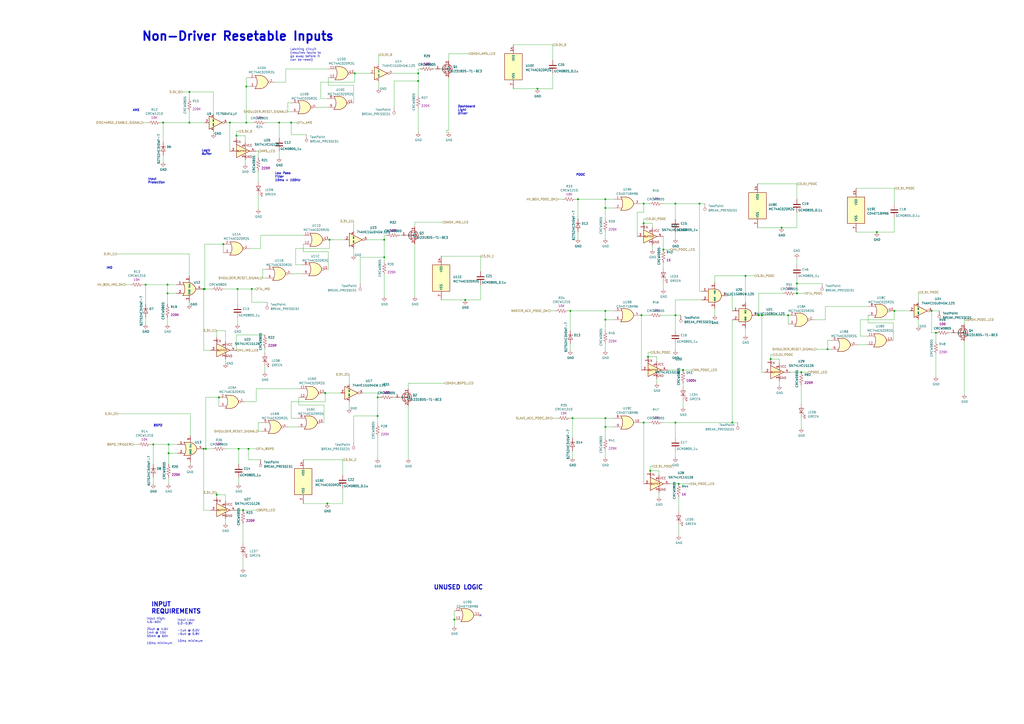
<source format=kicad_sch>
(kicad_sch (version 20231120) (generator "eeschema") (generator_version "8.0")
  (paper "A2")
  (junction (at 351.155 180.34))
  (junction (at 144.145 260.35))
  (junction (at 118.745 167.64))
  (junction (at 373.38 245.11))
  (junction (at 373.38 129.54))
  (junction (at 375.92 207.01))
  (junction (at 94.615 71.12))
  (junction (at 440.055 182.88))
  (junction (at 391.795 182.88))
  (junction (at 188.595 227.965))
  (junction (at 242.57 42.545))
  (junction (at 146.05 167.64))
  (junction (at 542.925 193.04))
  (junction (at 373.38 118.11))
  (junction (at 88.9 257.81))
  (junction (at 351.155 185.42))
  (junction (at 125.73 287.02))
  (junction (at 97.79 262.89))
  (junction (at 480.06 202.565))
  (junction (at 335.28 115.57))
  (junction (at 457.2 182.88))
  (junction (at 140.97 295.91))
  (junction (at 137.795 167.64))
  (junction (at 129.54 141.605))
  (junction (at 311.785 51.435))
  (junction (at 118.11 167.64))
  (junction (at 97.155 170.18))
  (junction (at 351.155 115.57))
  (junction (at 462.28 164.465))
  (junction (at 127 230.505))
  (junction (at 372.11 182.88))
  (junction (at 168.91 71.12))
  (junction (at 391.795 118.11))
  (junction (at 242.57 46.99))
  (junction (at 219.075 230.505))
  (junction (at 351.155 247.65))
  (junction (at 161.925 71.12))
  (junction (at 97.155 165.1))
  (junction (at 424.815 245.11))
  (junction (at 189.865 292.1))
  (junction (at 396.24 214.63))
  (junction (at 393.7 280.67))
  (junction (at 219.075 241.3))
  (junction (at 138.43 260.35))
  (junction (at 384.81 144.78))
  (junction (at 351.155 120.65))
  (junction (at 109.855 71.12))
  (junction (at 133.35 71.12))
  (junction (at 351.155 242.57))
  (junction (at 191.135 139.065))
  (junction (at 432.435 160.02))
  (junction (at 142.875 71.12))
  (junction (at 462.28 170.18))
  (junction (at 441.96 182.88))
  (junction (at 391.795 245.11))
  (junction (at 447.04 208.28))
  (junction (at 84.455 165.1))
  (junction (at 142.875 50.165))
  (junction (at 518.795 180.34))
  (junction (at 222.885 149.225))
  (junction (at 97.79 257.81))
  (junction (at 205.74 42.545))
  (junction (at 118.11 260.35))
  (junction (at 464.82 215.9))
  (junction (at 263.525 359.41))
  (junction (at 377.19 273.05))
  (junction (at 109.855 53.34))
  (junction (at 332.105 242.57))
  (junction (at 405.765 118.11))
  (junction (at 137.16 78.74))
  (junction (at 540.385 180.34))
  (junction (at 330.835 180.34))
  (junction (at 119.38 260.35))
  (junction (at 269.875 173.99))
  (junction (at 508.635 134.62))
  (junction (at 222.885 139.065))
  (junction (at 453.39 132.08))
  (no_connect (at 278.765 356.87))
  (wire (pts (xy 377.19 270.51) (xy 377.19 273.05)))
  (wire (pts (xy 165.735 47.625) (xy 165.735 40.005)))
  (wire (pts (xy 414.655 160.02) (xy 432.435 160.02)))
  (wire (pts (xy 391.795 173.99) (xy 391.795 182.88)))
  (wire (pts (xy 319.405 180.34) (xy 321.945 180.34)))
  (wire (pts (xy 381 219.71) (xy 381 222.25)))
  (wire (pts (xy 320.675 34.925) (xy 320.675 26.035)))
  (wire (pts (xy 373.38 245.11) (xy 373.38 280.67)))
  (wire (pts (xy 168.91 78.105) (xy 168.91 71.12)))
  (wire (pts (xy 140.97 303.53) (xy 140.97 314.96)))
  (wire (pts (xy 374.65 127) (xy 373.38 127)))
  (wire (pts (xy 109.855 64.77) (xy 109.855 71.12)))
  (wire (pts (xy 391.795 118.11) (xy 384.175 118.11)))
  (wire (pts (xy 439.42 132.08) (xy 453.39 132.08)))
  (wire (pts (xy 260.35 34.925) (xy 260.35 31.115)))
  (wire (pts (xy 137.795 176.53) (xy 137.795 167.64)))
  (wire (pts (xy 332.105 242.57) (xy 351.155 242.57)))
  (wire (pts (xy 148.59 260.35) (xy 144.145 260.35)))
  (wire (pts (xy 559.435 187.96) (xy 559.435 185.42)))
  (wire (pts (xy 153.67 212.09) (xy 153.67 215.9)))
  (wire (pts (xy 142.875 50.165) (xy 144.145 50.165)))
  (wire (pts (xy 391.795 127) (xy 391.795 118.11)))
  (wire (pts (xy 330.835 180.34) (xy 330.835 191.77)))
  (wire (pts (xy 190.5 49.53) (xy 190.5 45.085)))
  (wire (pts (xy 351.155 247.65) (xy 351.155 254)))
  (wire (pts (xy 168.91 71.12) (xy 161.925 71.12)))
  (wire (pts (xy 137.16 203.2) (xy 137.16 194.31)))
  (wire (pts (xy 191.135 139.065) (xy 200.025 139.065)))
  (wire (pts (xy 497.205 200.025) (xy 502.92 200.025)))
  (wire (pts (xy 464.82 215.9) (xy 468.63 215.9)))
  (wire (pts (xy 242.57 62.865) (xy 242.57 76.835)))
  (wire (pts (xy 236.855 225.425) (xy 236.855 222.25)))
  (wire (pts (xy 168.91 242.57) (xy 172.72 242.57)))
  (wire (pts (xy 88.9 257.81) (xy 87.63 257.81)))
  (wire (pts (xy 84.455 187.96) (xy 84.455 184.15)))
  (wire (pts (xy 148.59 225.425) (xy 173.355 225.425)))
  (wire (pts (xy 144.78 144.145) (xy 151.13 144.145)))
  (wire (pts (xy 518.16 187.325) (xy 503.555 187.325)))
  (wire (pts (xy 130.81 208.28) (xy 130.81 210.82)))
  (wire (pts (xy 97.155 170.18) (xy 102.235 170.18)))
  (wire (pts (xy 68.58 240.03) (xy 110.49 240.03)))
  (wire (pts (xy 83.185 71.12) (xy 85.725 71.12)))
  (wire (pts (xy 117.475 167.64) (xy 118.11 167.64)))
  (wire (pts (xy 125.73 191.77) (xy 125.73 195.58)))
  (wire (pts (xy 518.795 180.34) (xy 518.795 185.42)))
  (wire (pts (xy 320.675 26.035) (xy 297.815 26.035)))
  (wire (pts (xy 414.655 163.83) (xy 414.655 160.02)))
  (wire (pts (xy 205.74 42.545) (xy 205.74 47.625)))
  (wire (pts (xy 109.855 53.34) (xy 123.825 53.34)))
  (wire (pts (xy 518.795 185.42) (xy 499.11 185.42)))
  (wire (pts (xy 138.43 280.67) (xy 138.43 276.86)))
  (wire (pts (xy 387.35 214.63) (xy 396.24 214.63)))
  (wire (pts (xy 441.96 182.88) (xy 457.2 182.88)))
  (wire (pts (xy 222.885 159.385) (xy 222.885 172.085)))
  (wire (pts (xy 140.97 322.58) (xy 140.97 329.565)))
  (wire (pts (xy 432.435 160.02) (xy 437.515 160.02)))
  (wire (pts (xy 260.35 45.085) (xy 260.35 75.565)))
  (wire (pts (xy 137.16 295.91) (xy 140.97 295.91)))
  (wire (pts (xy 396.24 214.63) (xy 401.32 214.63)))
  (wire (pts (xy 205.105 128.27) (xy 205.105 133.985)))
  (wire (pts (xy 351.155 242.57) (xy 351.155 247.65)))
  (wire (pts (xy 190.5 156.21) (xy 190.5 146.05)))
  (wire (pts (xy 94.615 71.12) (xy 93.345 71.12)))
  (wire (pts (xy 186.055 47.625) (xy 186.055 57.15)))
  (wire (pts (xy 168.91 233.045) (xy 168.91 242.57)))
  (wire (pts (xy 480.06 197.485) (xy 480.06 202.565)))
  (wire (pts (xy 153.67 201.93) (xy 153.67 204.47)))
  (wire (pts (xy 97.79 257.81) (xy 97.79 262.89)))
  (wire (pts (xy 188.595 233.045) (xy 168.91 233.045)))
  (wire (pts (xy 480.06 202.565) (xy 481.965 202.565)))
  (wire (pts (xy 405.765 118.11) (xy 405.765 168.91)))
  (wire (pts (xy 542.925 193.04) (xy 542.925 198.12)))
  (wire (pts (xy 119.38 230.505) (xy 119.38 260.35)))
  (wire (pts (xy 177.8 78.105) (xy 168.91 78.105)))
  (wire (pts (xy 190.5 146.05) (xy 175.895 146.05)))
  (wire (pts (xy 335.28 115.57) (xy 335.28 127)))
  (wire (pts (xy 377.19 273.05) (xy 382.27 273.05)))
  (wire (pts (xy 149.86 91.44) (xy 149.86 87.63)))
  (wire (pts (xy 138.43 76.2) (xy 137.16 76.2)))
  (wire (pts (xy 138.43 269.24) (xy 138.43 260.35)))
  (wire (pts (xy 175.895 292.1) (xy 189.865 292.1)))
  (wire (pts (xy 222.885 139.065) (xy 222.885 136.525)))
  (wire (pts (xy 165.735 40.005) (xy 190.5 40.005)))
  (wire (pts (xy 231.775 136.525) (xy 233.045 136.525)))
  (wire (pts (xy 263.525 354.33) (xy 263.525 359.41)))
  (wire (pts (xy 109.855 147.32) (xy 109.855 160.02)))
  (wire (pts (xy 351.155 115.57) (xy 351.155 120.65)))
  (wire (pts (xy 84.455 165.1) (xy 97.155 165.1)))
  (wire (pts (xy 478.79 177.8) (xy 503.555 177.8)))
  (wire (pts (xy 123.825 53.34) (xy 123.825 66.04)))
  (wire (pts (xy 97.155 170.18) (xy 97.155 176.53)))
  (wire (pts (xy 130.81 198.12) (xy 130.81 191.77)))
  (wire (pts (xy 154.305 156.21) (xy 152.4 156.21)))
  (wire (pts (xy 464.82 223.52) (xy 464.82 234.315)))
  (wire (pts (xy 198.755 283.21) (xy 198.755 292.1)))
  (wire (pts (xy 335.28 138.43) (xy 335.28 134.62)))
  (wire (pts (xy 384.81 144.78) (xy 388.62 144.78)))
  (wire (pts (xy 97.155 187.96) (xy 97.155 184.15)))
  (wire (pts (xy 129.54 141.605) (xy 129.54 146.685)))
  (wire (pts (xy 142.875 45.085) (xy 144.145 45.085)))
  (wire (pts (xy 259.08 75.565) (xy 259.08 76.835)))
  (wire (pts (xy 97.79 262.89) (xy 97.79 269.24)))
  (wire (pts (xy 378.46 142.24) (xy 378.46 144.78)))
  (wire (pts (xy 205.105 241.3) (xy 219.075 241.3)))
  (wire (pts (xy 173.355 234.95) (xy 173.355 230.505)))
  (wire (pts (xy 454.025 170.18) (xy 440.055 170.18)))
  (wire (pts (xy 142.24 92.71) (xy 142.24 95.25)))
  (wire (pts (xy 171.45 144.145) (xy 171.45 153.67)))
  (wire (pts (xy 97.79 280.67) (xy 97.79 276.86)))
  (wire (pts (xy 351.155 138.43) (xy 351.155 134.62)))
  (wire (pts (xy 330.835 180.34) (xy 329.565 180.34)))
  (wire (pts (xy 373.38 129.54) (xy 378.46 129.54)))
  (wire (pts (xy 251.46 40.005) (xy 252.73 40.005)))
  (wire (pts (xy 351.155 120.65) (xy 351.155 127)))
  (wire (pts (xy 405.765 118.11) (xy 408.94 118.11)))
  (wire (pts (xy 260.35 31.115) (xy 271.78 31.115)))
  (wire (pts (xy 240.665 131.445) (xy 240.665 128.905)))
  (wire (pts (xy 227.33 42.545) (xy 242.57 42.545)))
  (wire (pts (xy 88.9 257.81) (xy 97.79 257.81)))
  (wire (pts (xy 391.795 182.88) (xy 384.175 182.88)))
  (wire (pts (xy 187.96 234.95) (xy 173.355 234.95)))
  (wire (pts (xy 351.155 180.34) (xy 356.235 180.34)))
  (wire (pts (xy 205.74 42.545) (xy 214.63 42.545)))
  (wire (pts (xy 149.86 250.19) (xy 151.765 250.19)))
  (wire (pts (xy 123.825 76.2) (xy 123.825 77.47)))
  (wire (pts (xy 219.075 227.965) (xy 219.075 230.505)))
  (wire (pts (xy 263.525 359.41) (xy 263.525 363.22)))
  (wire (pts (xy 473.71 202.565) (xy 480.06 202.565)))
  (wire (pts (xy 532.765 185.42) (xy 532.765 189.23)))
  (wire (pts (xy 422.275 171.45) (xy 424.815 171.45)))
  (wire (pts (xy 219.075 241.3) (xy 219.075 230.505)))
  (wire (pts (xy 242.57 46.99) (xy 242.57 55.245)))
  (wire (pts (xy 372.11 182.88) (xy 376.555 182.88)))
  (wire (pts (xy 142.875 45.085) (xy 142.875 50.165)))
  (wire (pts (xy 542.925 205.74) (xy 542.925 218.44)))
  (wire (pts (xy 424.815 245.11) (xy 427.99 245.11)))
  (wire (pts (xy 149.86 245.11) (xy 149.86 250.19)))
  (wire (pts (xy 278.765 165.1) (xy 278.765 173.99)))
  (wire (pts (xy 88.9 280.67) (xy 88.9 276.86)))
  (wire (pts (xy 151.765 245.11) (xy 149.86 245.11)))
  (wire (pts (xy 462.28 123.19) (xy 462.28 132.08)))
  (wire (pts (xy 330.835 180.34) (xy 351.155 180.34)))
  (wire (pts (xy 472.44 185.42) (xy 478.79 185.42)))
  (wire (pts (xy 356.235 115.57) (xy 351.155 115.57)))
  (wire (pts (xy 110.49 240.03) (xy 110.49 252.73)))
  (wire (pts (xy 169.545 158.75) (xy 175.26 158.75)))
  (wire (pts (xy 373.38 127) (xy 373.38 129.54)))
  (wire (pts (xy 518.795 180.34) (xy 527.685 180.34)))
  (wire (pts (xy 320.675 242.57) (xy 323.215 242.57)))
  (wire (pts (xy 205.105 59.69) (xy 205.105 49.53)))
  (wire (pts (xy 378.46 270.51) (xy 377.19 270.51)))
  (wire (pts (xy 242.57 40.005) (xy 242.57 42.545)))
  (wire (pts (xy 118.11 203.2) (xy 118.11 167.64)))
  (wire (pts (xy 453.39 132.08) (xy 462.28 132.08)))
  (wire (pts (xy 127 230.505) (xy 127 235.585)))
  (wire (pts (xy 208.915 164.465) (xy 208.915 149.225)))
  (wire (pts (xy 142.24 82.55) (xy 142.24 78.74)))
  (wire (pts (xy 457.2 182.88) (xy 457.2 187.96)))
  (wire (pts (xy 222.885 149.225) (xy 222.885 139.065)))
  (wire (pts (xy 222.885 151.765) (xy 222.885 149.225)))
  (wire (pts (xy 151.13 136.525) (xy 175.895 136.525)))
  (wire (pts (xy 130.81 290.83) (xy 130.81 287.02)))
  (wire (pts (xy 168.91 59.69) (xy 167.005 59.69)))
  (wire (pts (xy 152.4 161.29) (xy 154.305 161.29)))
  (wire (pts (xy 188.595 227.965) (xy 188.595 233.045)))
  (wire (pts (xy 133.35 71.12) (xy 133.35 87.63)))
  (wire (pts (xy 154.94 175.26) (xy 146.05 175.26)))
  (wire (pts (xy 371.475 118.11) (xy 373.38 118.11)))
  (wire (pts (xy 393.7 288.29) (xy 393.7 296.545)))
  (wire (pts (xy 503.555 187.325) (xy 503.555 182.88)))
  (wire (pts (xy 432.435 160.02) (xy 432.435 175.26)))
  (wire (pts (xy 130.81 300.99) (xy 130.81 303.53)))
  (wire (pts (xy 311.785 51.435) (xy 320.675 51.435)))
  (wire (pts (xy 540.385 180.34) (xy 540.385 193.04)))
  (wire (pts (xy 518.795 109.22) (xy 496.57 109.22)))
  (wire (pts (xy 414.655 179.07) (xy 414.655 182.88)))
  (wire (pts (xy 381 209.55) (xy 381 207.01)))
  (wire (pts (xy 320.675 42.545) (xy 320.675 51.435)))
  (wire (pts (xy 137.16 194.31) (xy 153.67 194.31)))
  (wire (pts (xy 323.85 115.57) (xy 326.39 115.57)))
  (wire (pts (xy 452.12 220.98) (xy 452.12 223.52)))
  (wire (pts (xy 142.875 71.12) (xy 146.685 71.12)))
  (wire (pts (xy 188.595 227.965) (xy 197.485 227.965)))
  (wire (pts (xy 161.925 91.44) (xy 161.925 87.63)))
  (wire (pts (xy 443.23 215.9) (xy 441.96 215.9)))
  (wire (pts (xy 518.795 134.62) (xy 518.795 126.365)))
  (wire (pts (xy 84.455 165.1) (xy 83.185 165.1)))
  (wire (pts (xy 447.04 205.74) (xy 447.04 208.28)))
  (wire (pts (xy 278.765 157.48) (xy 278.765 148.59)))
  (wire (pts (xy 384.81 152.4) (xy 384.81 155.575)))
  (wire (pts (xy 133.35 71.12) (xy 142.875 71.12)))
  (wire (pts (xy 144.145 266.7) (xy 144.145 260.35)))
  (wire (pts (xy 462.28 170.18) (xy 461.645 170.18)))
  (wire (pts (xy 191.135 144.145) (xy 171.45 144.145)))
  (wire (pts (xy 146.05 175.26) (xy 146.05 167.64)))
  (wire (pts (xy 149.86 87.63) (xy 148.59 87.63)))
  (wire (pts (xy 540.385 180.34) (xy 544.83 180.34)))
  (wire (pts (xy 335.28 115.57) (xy 351.155 115.57)))
  (wire (pts (xy 109.855 53.34) (xy 109.855 57.15)))
  (wire (pts (xy 351.155 265.43) (xy 351.155 261.62)))
  (wire (pts (xy 202.565 233.045) (xy 202.565 236.855)))
  (wire (pts (xy 448.31 205.74) (xy 447.04 205.74)))
  (wire (pts (xy 332.105 242.57) (xy 332.105 254)))
  (wire (pts (xy 118.11 295.91) (xy 118.11 260.35)))
  (wire (pts (xy 144.145 260.35) (xy 138.43 260.35)))
  (wire (pts (xy 137.16 76.2) (xy 137.16 78.74)))
  (wire (pts (xy 499.11 185.42) (xy 499.11 194.945)))
  (wire (pts (xy 351.155 120.65) (xy 356.235 120.65)))
  (wire (pts (xy 391.795 254) (xy 391.795 245.11)))
  (wire (pts (xy 97.155 165.1) (xy 102.235 165.1)))
  (wire (pts (xy 391.795 118.11) (xy 405.765 118.11)))
  (wire (pts (xy 94.615 93.98) (xy 94.615 90.17)))
  (wire (pts (xy 175.895 146.05) (xy 175.895 141.605)))
  (wire (pts (xy 125.73 287.02) (xy 125.73 288.29)))
  (wire (pts (xy 205.105 256.54) (xy 205.105 241.3)))
  (wire (pts (xy 187.96 245.11) (xy 187.96 234.95)))
  (wire (pts (xy 184.15 62.23) (xy 189.865 62.23)))
  (wire (pts (xy 371.475 245.11) (xy 373.38 245.11)))
  (wire (pts (xy 172.085 71.12) (xy 168.91 71.12)))
  (wire (pts (xy 391.795 245.11) (xy 384.175 245.11)))
  (wire (pts (xy 424.815 185.42) (xy 424.815 245.11)))
  (wire (pts (xy 167.005 64.77) (xy 168.91 64.77)))
  (wire (pts (xy 351.155 185.42) (xy 356.235 185.42)))
  (wire (pts (xy 191.135 139.065) (xy 191.135 144.145)))
  (wire (pts (xy 550.545 193.04) (xy 551.815 193.04)))
  (wire (pts (xy 440.055 182.88) (xy 441.96 182.88)))
  (wire (pts (xy 242.57 42.545) (xy 242.57 46.99)))
  (wire (pts (xy 391.795 245.11) (xy 424.815 245.11)))
  (wire (pts (xy 146.05 167.64) (xy 137.795 167.64)))
  (wire (pts (xy 369.57 137.16) (xy 369.57 123.19)))
  (wire (pts (xy 118.745 141.605) (xy 118.745 167.64)))
  (wire (pts (xy 351.155 185.42) (xy 351.155 191.77)))
  (wire (pts (xy 384.81 137.16) (xy 384.81 144.78)))
  (wire (pts (xy 97.79 257.81) (xy 102.87 257.81)))
  (wire (pts (xy 84.455 165.1) (xy 84.455 176.53)))
  (wire (pts (xy 391.795 182.88) (xy 394.97 182.88)))
  (wire (pts (xy 118.11 167.64) (xy 118.745 167.64)))
  (wire (pts (xy 109.855 175.26) (xy 109.855 176.53)))
  (wire (pts (xy 142.875 50.165) (xy 142.875 71.12)))
  (wire (pts (xy 405.765 168.91) (xy 407.035 168.91)))
  (wire (pts (xy 80.01 257.81) (xy 77.47 257.81)))
  (wire (pts (xy 391.795 203.2) (xy 391.795 199.39)))
  (wire (pts (xy 219.71 31.75) (xy 219.71 37.465)))
  (wire (pts (xy 130.81 191.77) (xy 125.73 191.77)))
  (wire (pts (xy 219.075 230.505) (xy 220.345 230.505)))
  (wire (pts (xy 462.28 115.57) (xy 462.28 106.68)))
  (wire (pts (xy 391.795 191.77) (xy 391.795 182.88)))
  (wire (pts (xy 259.08 76.835) (xy 260.35 76.835)))
  (wire (pts (xy 384.81 163.195) (xy 384.81 167.64)))
  (wire (pts (xy 440.055 170.18) (xy 440.055 182.88)))
  (wire (pts (xy 373.38 118.11) (xy 373.38 123.19)))
  (wire (pts (xy 396.24 231.775) (xy 396.24 236.22)))
  (wire (pts (xy 198.755 275.59) (xy 198.755 266.7)))
  (wire (pts (xy 205.105 144.145) (xy 205.105 147.955)))
  (wire (pts (xy 161.925 80.01) (xy 161.925 71.12)))
  (wire (pts (xy 219.71 47.625) (xy 219.71 51.435)))
  (wire (pts (xy 332.105 265.43) (xy 332.105 261.62)))
  (wire (pts (xy 351.155 242.57) (xy 356.235 242.57)))
  (wire (pts (xy 462.28 164.465) (xy 462.28 170.18)))
  (wire (pts (xy 371.475 182.88) (xy 372.11 182.88)))
  (wire (pts (xy 236.855 222.25) (xy 257.81 222.25)))
  (wire (pts (xy 140.97 295.91) (xy 148.59 295.91)))
  (wire (pts (xy 186.055 57.15) (xy 189.865 57.15)))
  (wire (pts (xy 119.38 260.35) (xy 123.19 260.35)))
  (wire (pts (xy 351.155 203.2) (xy 351.155 199.39)))
  (wire (pts (xy 372.11 182.88) (xy 372.11 214.63)))
  (wire (pts (xy 148.59 233.045) (xy 148.59 225.425)))
  (wire (pts (xy 532.765 169.545) (xy 532.765 175.26)))
  (wire (pts (xy 375.92 207.01) (xy 381 207.01)))
  (wire (pts (xy 208.915 149.225) (xy 222.885 149.225)))
  (wire (pts (xy 88.9 257.81) (xy 88.9 269.24)))
  (wire (pts (xy 121.92 295.91) (xy 118.11 295.91)))
  (wire (pts (xy 94.615 71.12) (xy 94.615 82.55)))
  (wire (pts (xy 222.885 136.525) (xy 224.155 136.525)))
  (wire (pts (xy 212.725 139.065) (xy 222.885 139.065)))
  (wire (pts (xy 255.905 173.99) (xy 269.875 173.99)))
  (wire (pts (xy 462.28 170.18) (xy 466.725 170.18)))
  (wire (pts (xy 373.38 118.11) (xy 376.555 118.11)))
  (wire (pts (xy 161.925 71.12) (xy 154.305 71.12)))
  (wire (pts (xy 382.27 275.59) (xy 382.27 273.05)))
  (wire (pts (xy 240.665 141.605) (xy 240.665 172.085)))
  (wire (pts (xy 236.855 235.585) (xy 236.855 266.065)))
  (wire (pts (xy 297.815 51.435) (xy 311.785 51.435)))
  (wire (pts (xy 496.57 134.62) (xy 508.635 134.62)))
  (wire (pts (xy 540.385 193.04) (xy 542.925 193.04)))
  (wire (pts (xy 97.79 262.89) (xy 102.87 262.89)))
  (wire (pts (xy 131.445 71.12) (xy 133.35 71.12)))
  (wire (pts (xy 518.795 118.745) (xy 518.795 109.22)))
  (wire (pts (xy 432.435 190.5) (xy 432.435 194.31)))
  (wire (pts (xy 393.7 304.165) (xy 393.7 310.515)))
  (wire (pts (xy 151.13 266.7) (xy 144.145 266.7)))
  (wire (pts (xy 377.19 204.47) (xy 375.92 204.47)))
  (wire (pts (xy 375.92 204.47) (xy 375.92 207.01)))
  (wire (pts (xy 125.73 287.02) (xy 130.81 287.02)))
  (wire (pts (xy 458.47 215.9) (xy 464.82 215.9)))
  (wire (pts (xy 94.615 71.12) (xy 109.855 71.12)))
  (wire (pts (xy 240.665 128.905) (xy 256.54 128.905)))
  (wire (pts (xy 378.46 132.08) (xy 378.46 129.54)))
  (wire (pts (xy 388.62 280.67) (xy 393.7 280.67)))
  (wire (pts (xy 464.82 241.935) (xy 464.82 248.285)))
  (wire (pts (xy 508.635 134.62) (xy 518.795 134.62)))
  (wire (pts (xy 373.38 245.11) (xy 376.555 245.11)))
  (wire (pts (xy 149.86 113.03) (xy 149.86 121.285)))
  (wire (pts (xy 332.105 242.57) (xy 330.835 242.57)))
  (wire (pts (xy 147.955 167.64) (xy 146.05 167.64)))
  (wire (pts (xy 260.35 75.565) (xy 259.08 75.565)))
  (wire (pts (xy 447.04 208.28) (xy 452.12 208.28)))
  (wire (pts (xy 335.28 115.57) (xy 334.01 115.57)))
  (wire (pts (xy 97.155 165.1) (xy 97.155 170.18)))
  (wire (pts (xy 159.385 47.625) (xy 165.735 47.625)))
  (wire (pts (xy 462.28 161.29) (xy 462.28 164.465)))
  (wire (pts (xy 369.57 123.19) (xy 373.38 123.19)))
  (wire (pts (xy 227.965 230.505) (xy 229.235 230.505)))
  (wire (pts (xy 391.795 173.99) (xy 407.035 173.99)))
  (wire (pts (xy 424.815 171.45) (xy 424.815 180.34)))
  (wire (pts (xy 167.005 59.69) (xy 167.005 64.77)))
  (wire (pts (xy 189.865 292.1) (xy 198.755 292.1)))
  (wire (pts (xy 452.12 210.82) (xy 452.12 208.28)))
  (wire (pts (xy 137.16 78.74) (xy 142.24 78.74)))
  (wire (pts (xy 110.49 267.97) (xy 110.49 269.24)))
  (wire (pts (xy 219.075 253.365) (xy 219.075 266.065)))
  (wire (pts (xy 138.43 260.35) (xy 130.81 260.35)))
  (wire (pts (xy 391.795 138.43) (xy 391.795 134.62)))
  (wire (pts (xy 121.92 203.2) (xy 118.11 203.2)))
  (wire (pts (xy 269.875 173.99) (xy 278.765 173.99)))
  (wire (pts (xy 137.16 78.74) (xy 137.16 80.01)))
  (wire (pts (xy 167.005 247.65) (xy 172.72 247.65)))
  (wire (pts (xy 73.025 165.1) (xy 75.565 165.1)))
  (wire (pts (xy 142.24 233.045) (xy 148.59 233.045)))
  (wire (pts (xy 351.155 180.34) (xy 351.155 185.42)))
  (wire (pts (xy 118.745 141.605) (xy 129.54 141.605)))
  (wire (pts (xy 106.045 53.34) (xy 109.855 53.34)))
  (wire (pts (xy 152.4 156.21) (xy 152.4 161.29)))
  (wire (pts (xy 228.6 46.99) (xy 242.57 46.99)))
  (wire (pts (xy 205.74 47.625) (xy 186.055 47.625)))
  (wire (pts (xy 478.79 185.42) (xy 478.79 177.8)))
  (wire (pts (xy 441.96 182.88) (xy 441.96 215.9)))
  (wire (pts (xy 462.28 164.465) (xy 476.885 164.465)))
  (wire (pts (xy 137.795 167.64) (xy 130.175 167.64)))
  (wire (pts (xy 137.795 187.96) (xy 137.795 184.15)))
  (wire (pts (xy 559.435 198.12) (xy 559.435 228.6)))
  (wire (pts (xy 125.73 285.75) (xy 125.73 287.02)))
  (wire (pts (xy 382.27 285.75) (xy 382.27 288.29)))
  (wire (pts (xy 351.155 247.65) (xy 356.235 247.65)))
  (wire (pts (xy 118.745 167.64) (xy 122.555 167.64)))
  (wire (pts (xy 198.755 266.7) (xy 175.895 266.7)))
  (wire (pts (xy 462.28 106.68) (xy 439.42 106.68)))
  (wire (pts (xy 499.11 194.945) (xy 502.92 194.945)))
  (wire (pts (xy 242.57 40.005) (xy 243.84 40.005)))
  (wire (pts (xy 202.565 217.17) (xy 202.565 222.885)))
  (wire (pts (xy 149.86 99.06) (xy 149.86 105.41)))
  (wire (pts (xy 119.38 230.505) (xy 127 230.505)))
  (wire (pts (xy 518.16 197.485) (xy 518.16 187.325)))
  (wire (pts (xy 462.28 149.86) (xy 462.28 153.67)))
  (wire (pts (xy 171.45 153.67) (xy 175.26 153.67)))
  (wire (pts (xy 219.075 245.745) (xy 219.075 241.3)))
  (wire (pts (xy 391.795 265.43) (xy 391.795 261.62)))
  (wire (pts (xy 109.855 71.12) (xy 118.745 71.12)))
  (wire (pts (xy 118.11 260.35) (xy 119.38 260.35)))
  (wire (pts (xy 330.835 203.2) (xy 330.835 199.39)))
  (wire (pts (xy 228.6 62.23) (xy 228.6 46.99)))
  (wire (pts (xy 481.965 197.485) (xy 480.06 197.485)))
  (wire (pts (xy 67.945 147.32) (xy 109.855 147.32)))
  (wire (pts (xy 393.7 280.67) (xy 400.05 280.67)))
  (wire (pts (xy 151.13 144.145) (xy 151.13 136.525)))
  (wire (pts (xy 396.24 222.25) (xy 396.24 224.155)))
  (wire (pts (xy 210.185 227.965) (xy 219.075 227.965)))
  (wire (pts (xy 278.765 148.59) (xy 255.905 148.59)))
  (wire (pts (xy 205.105 49.53) (xy 190.5 49.53)))
  (text "AMS" (at 76.835 64.77 0) (effects (font (size 1.27 1.27) (thickness 0.254) (bold yes) (italic yes)) (justify left bottom)))
  (text "Non-Driver Resetable Inputs" (at 81.915 24.13 0) (effects (font (size 5.08 5.08) (thickness 1.016) (bold yes)) (justify left bottom)))
  (text "Input Low:\n0.0-0.8V\n\n-1uA @ 0.0V\n-6uA @ 0.8V\n\n10ms minimum" (at 102.87 372.745 0) (effects (font (size 1.27 1.27)) (justify left bottom)))
  (text "INPUT\nREQUIREMENTS" (at 87.63 356.235 0) (effects (font (size 2.54 2.54) (thickness 0.508) (bold yes)) (justify left bottom)))
  (text "BSPD" (at 88.9 247.65 0) (effects (font (size 1.27 1.27) (thickness 0.254) (bold yes) (italic yes)) (justify left bottom)))
  (text "Latching circuit \n(requires faults to \ngo away before it \ncan be reset)\n" (at 168.275 35.56 0) (effects (font (size 1.27 1.27)) (justify left bottom)))
  (text "PDOC" (at 334.01 102.235 0) (effects (font (size 1.27 1.27) (thickness 0.254) (bold yes) (italic yes)) (justify left bottom)))
  (text "IMD" (at 61.595 156.21 0) (effects (font (size 1.27 1.27) (thickness 0.254) (bold yes) (italic yes)) (justify left bottom)))
  (text "Logic\nBuffer" (at 116.84 90.17 0) (effects (font (size 1.27 1.27) (thickness 0.254) (bold yes) (italic yes)) (justify left bottom)))
  (text "Input\nProtection" (at 85.725 106.68 0) (effects (font (size 1.27 1.27) (thickness 0.254) (bold yes)) (justify left bottom)))
  (text "Dashboard\nLight\nDriver" (at 265.43 66.675 0) (effects (font (size 1.27 1.27) (thickness 0.254) (bold yes) (italic yes)) (justify left bottom)))
  (text "Low Pass\nFilter\n10ms = 100Hz" (at 159.385 105.41 0) (effects (font (size 1.27 1.27) (thickness 0.254) (bold yes) (italic yes)) (justify left bottom)))
  (text "UNUSED LOGIC" (at 251.46 342.265 0) (effects (font (size 2.54 2.54) (thickness 0.508) (bold yes)) (justify left bottom)))
  (text "Input High:\n4.6-60V\n\n25uA @ 4.6V\n1mA @ 15V\n55mA @ 60V\n\n10ms minimum" (at 85.09 374.015 0) (effects (font (size 1.27 1.27)) (justify left bottom)))
  (hierarchical_label "PDOC_LED" (shape input) (at 468.63 215.9 0))
  (hierarchical_label "3.3V_2" (shape input) (at 125.73 285.75 180))
  (hierarchical_label "SLAVE_ACC_PDOC_OK" (shape input) (at 320.675 242.57 180))
  (hierarchical_label "DASH_AMS_LED" (shape input) (at 271.78 31.115 0))
  (hierarchical_label "HV_BOX_IMD_OK" (shape input) (at 73.025 165.1 180))
  (hierarchical_label "3.3V_1" (shape input) (at 278.765 148.59 0))
  (hierarchical_label "DASH_BSPD_LED" (shape input) (at 257.81 222.25 0))
  (hierarchical_label "SHOULDER_RESET_SIGNAL" (shape input) (at 149.86 250.19 180))
  (hierarchical_label "3.3V_PDOC" (shape input) (at 462.28 106.68 0))
  (hierarchical_label "SHOULDER_RESET_SIGNAL" (shape input) (at 152.4 161.29 180))
  (hierarchical_label "3.3V_2" (shape input) (at 68.58 240.03 180))
  (hierarchical_label "3.3V_PDOC" (shape input) (at 518.795 109.22 0))
  (hierarchical_label "3.3V_PDOC" (shape input) (at 532.765 169.545 0))
  (hierarchical_label "DISCHARGE_ENABLE_SIGNAL" (shape input) (at 83.185 71.12 180))
  (hierarchical_label "SA_PDOC_LED" (shape input) (at 400.05 280.67 0))
  (hierarchical_label "MA_PDOC_LED" (shape input) (at 401.32 214.63 0))
  (hierarchical_label "3.3V_PDOC" (shape input) (at 448.31 205.74 0))
  (hierarchical_label "3.3V_0" (shape input) (at 219.71 31.75 0))
  (hierarchical_label "HV_BOX_PDOC_OK" (shape input) (at 323.85 115.57 180))
  (hierarchical_label "DASH_IMD_LED" (shape input) (at 256.54 128.905 0))
  (hierarchical_label "Fix_BSPD" (shape input) (at 148.59 260.35 0))
  (hierarchical_label "DASH_PDOC_LED" (shape input) (at 559.435 185.42 0))
  (hierarchical_label "HV_PDOC_LED" (shape input) (at 388.62 144.78 0))
  (hierarchical_label "3.3V_PDOC" (shape input) (at 378.46 270.51 0))
  (hierarchical_label "MASTER_ACC_PDOC_OK" (shape input) (at 319.405 180.34 180))
  (hierarchical_label "SHOULDER_RESET_SIGNAL" (shape input) (at 473.71 202.565 180))
  (hierarchical_label "Fix_PDOC" (shape input) (at 466.725 170.18 0))
  (hierarchical_label "BSPD_TRIGGER" (shape input) (at 77.47 257.81 180))
  (hierarchical_label "3.3V_2" (shape input) (at 198.755 266.7 0))
  (hierarchical_label "BSPD_LED" (shape input) (at 148.59 295.91 0))
  (hierarchical_label "3.3V_0" (shape input) (at 138.43 76.2 0))
  (hierarchical_label "AMS_LED" (shape input) (at 149.86 87.63 0))
  (hierarchical_label "3.3V_PDOC" (shape input) (at 374.65 127 0))
  (hierarchical_label "3.3V_PDOC" (shape input) (at 437.515 160.02 0))
  (hierarchical_label "3.3V_1" (shape input) (at 67.945 147.32 180))
  (hierarchical_label "3.3V_1" (shape input) (at 205.105 128.27 180))
  (hierarchical_label "Fix_AMS" (shape input) (at 172.085 71.12 0))
  (hierarchical_label "SHOULDER_RESET_SIGNAL" (shape input) (at 167.005 64.77 180))
  (hierarchical_label "3.3V_2" (shape input) (at 202.565 217.17 180))
  (hierarchical_label "3.3V_0" (shape input) (at 106.045 53.34 180))
  (hierarchical_label "Fix_IMD" (shape input) (at 147.955 167.64 0))
  (hierarchical_label "3.3V_1" (shape input) (at 125.73 191.77 180))
  (hierarchical_label "3.3V_PDOC" (shape input) (at 377.19 204.47 0))
  (hierarchical_label "HV_IMD_LED" (shape input) (at 137.16 203.2 0))
  (hierarchical_label "3.3V_0" (shape input) (at 320.675 26.035 0))
  (symbol (lib_id "UniSA_Motorsport_Logic:SN74LVC1G126_") (at 450.85 215.9 0) (unit 1)
    (property "Reference" "U29" (at 464.82 209.5814 0))
    (property "Value" "SN74LVC1G126" (at 464.82 212.1214 0))
    (property "Footprint" "UniSA_Motorsport_SO:SC70-5" (effects (hide yes)))
    (property "Datasheet" "https://au.mouser.com/ProductDetail/Texas-Instruments/SN74LVC1G126DCKR?qs=dT9u2OTAaVW%2Fud9OnJz8pg%3D%3D" (effects (hide yes)))
    (property "Description" "BUFFER" (effects (hide yes)))
  )
  (symbol (lib_id "UniSA_Motorsport_Resistor:CRCW0805") (at 222.885 155.575 0) (unit 1)
    (property "Reference" "R30" (at 224.6122 153.2636 0) (effects (justify left)))
    (property "Value" "CRCW0805" (at 220.345 155.575 90))
    (property "Footprint" "UniSA_Motorsport_Resistor:0805" (effects (hide yes)))
    (property "Datasheet" "https://au.mouser.com/datasheet/2/427/dcrcwe3-1762152.pdf" (effects (hide yes)))
    (property "Resistance" "220K" (at 224.6122 157.8864 0) (effects (justify left)))
    (property "Voltage Rating" "150V" (effects (hide yes)))
    (property "Power Rating" "125mW" (effects (hide yes)))
    (property "E24 Values" "http://www.ohmslawcalculator.com/e24-resistor-sizes" (effects (hide yes)))
    (instances (project "shutdownPCB" (path "" (reference "R30") (unit 1))) (project "Safety Circuit" (path "" (reference "R104") (unit 1))))
  )
  (symbol (lib_id "power:GND") (at 240.665 172.085 0) (unit 1)
    (property "Reference" "#PWR044" (effects (hide yes)))
    (property "Value" "GND" (at 240.792 176.4792 0))
    (instances (project "shutdownPCB" (path "" (reference "#PWR044") (unit 1))) (project "Safety Circuit" (path "" (reference "#PWR047") (unit 1))))
  )
  (symbol (lib_id "Connector:TestPoint") (at 177.8 78.105 180) (unit 1)
    (property "Reference" "PRES_1" (at 179.705 82.042 0) (effects (justify right)))
    (property "Value" "TestPoint" (at 179.705 79.502 0) (effects (justify right)))
    (property "Footprint" "TestPoint:TestPoint_Pad_D2.0mm" (effects (hide yes)))
    (instances (project "power_and_monotoring" (path "" (reference "BREAK_PRESSED1") (unit 1)) (path "" (reference "PRES_1") (unit 1))) (project "shutdownPCB" (path "" (reference "FIX_AMS1") (unit 1))) (project "FeatherBoard" (path "" (reference "TP1") (unit 1))))
  )
  (symbol (lib_id "UniSA_Motorsport_Resistor:CRCW0805") (at 380.365 182.88 270) (unit 1)
    (property "Reference" "R46" (at 380.365 175.387 90))
    (property "Value" "CRCW0805" (at 380.365 180.34 90))
    (property "Footprint" "UniSA_Motorsport_Resistor:0805" (effects (hide yes)))
    (property "Datasheet" "https://au.mouser.com/datasheet/2/427/dcrcwe3-1762152.pdf" (effects (hide yes)))
    (property "Resistance" "10K" (at 380.365 180.0098 90))
    (property "Voltage Rating" "150V" (effects (hide yes)))
    (property "Power Rating" "125mW" (effects (hide yes)))
    (property "E24 Values" "http://www.ohmslawcalculator.com/e24-resistor-sizes" (effects (hide yes)))
    (instances (project "shutdownPCB" (path "" (reference "R46") (unit 1))) (project "Safety Circuit" (path "" (reference "R23") (unit 1))))
  )
  (symbol (lib_id "UniSA_Motorsport_Logic:SN74LVC1G126_") (at 129.54 295.91 0) (unit 1)
    (property "Reference" "U27" (at 143.51 289.5914 0))
    (property "Value" "SN74LVC1G126" (at 143.51 292.1314 0))
    (property "Footprint" "UniSA_Motorsport_SO:SC70-5" (effects (hide yes)))
    (property "Datasheet" "https://au.mouser.com/ProductDetail/Texas-Instruments/SN74LVC1G126DCKR?qs=dT9u2OTAaVW%2Fud9OnJz8pg%3D%3D" (effects (hide yes)))
    (property "Description" "BUFFER" (effects (hide yes)))
  )
  (symbol (lib_id "UniSA_Motorsport_Resistor:CRCW0805") (at 464.82 219.71 0) (unit 1)
    (property "Reference" "R82" (at 466.5472 217.3986 0) (effects (justify left)))
    (property "Value" "CRCW0805" (at 462.28 219.71 90))
    (property "Footprint" "UniSA_Motorsport_Resistor:0805" (effects (hide yes)))
    (property "Datasheet" "https://au.mouser.com/datasheet/2/427/dcrcwe3-1762152.pdf" (effects (hide yes)))
    (property "Resistance" "220R" (at 466.5472 222.0214 0) (effects (justify left)))
    (property "Voltage Rating" "150V" (effects (hide yes)))
    (property "Power Rating" "125mW" (effects (hide yes)))
    (property "E24 Values" "http://www.ohmslawcalculator.com/e24-resistor-sizes" (effects (hide yes)))
    (instances (project "shutdownPCB" (path "" (reference "R82") (unit 1))) (project "Safety Circuit" (path "" (reference "R24") (unit 1))))
  )
  (symbol (lib_id "power:GND") (at 432.435 194.31 0) (unit 1)
    (property "Reference" "#PWR064" (effects (hide yes)))
    (property "Value" "GND" (at 432.562 198.7042 0))
    (instances (project "shutdownPCB" (path "" (reference "#PWR064") (unit 1))) (project "Safety Circuit" (path "" (reference "#PWR0173") (unit 1))))
  )
  (symbol (lib_id "power:GND") (at 391.795 203.2 0) (unit 1)
    (property "Reference" "#PWR061" (effects (hide yes)))
    (property "Value" "GND" (at 391.922 207.5942 0))
    (instances (project "shutdownPCB" (path "" (reference "#PWR061") (unit 1))) (project "Safety Circuit" (path "" (reference "#PWR030") (unit 1))))
  )
  (symbol (lib_id "power:GND") (at 532.765 189.23 0) (unit 1)
    (property "Reference" "#PWR030" (effects (hide yes)))
    (property "Value" "GND" (at 535.305 189.23 0))
    (instances (project "shutdownPCB" (path "" (reference "#PWR030") (unit 1))) (project "Safety Circuit" (path "" (reference "#PWR019") (unit 1))))
  )
  (symbol (lib_id "UniSA_Motorsport_Logic:TC7S04FU,LF") (at 123.825 71.12 0) (unit 1)
    (property "Reference" "U9" (at 121.285 66.04 0))
    (property "Value" "TC7S04FU,LF" (at 131.445 66.04 0))
    (property "Footprint" "UniSA_Motorsport_SOT_TO:SOT-353-5" (effects (hide yes)))
    (property "Datasheet" "https://au.mouser.com/ProductDetail/Toshiba/TC7S04FULF?qs=sGAEpiMZZMuyBeSSR239Id1Hh6vBTMiI9GfjGXaDGj34EcQivzKEgA%3D%3D" (effects (hide yes)))
  )
  (symbol (lib_id "UniSA_Motorsport_Capacitor:GCM0805_1u") (at 137.795 180.34 0) (unit 1)
    (property "Reference" "C13" (at 140.716 179.1716 0) (effects (justify left)))
    (property "Value" "GCM0805_1u" (at 138.43 182.88 0) (effects (justify left)))
    (property "Footprint" "UniSA_Motorsport_Capacitor:0805" (effects (hide yes)))
    (property "Datasheet" "https://au.mouser.com/datasheet/2/281/murata_03122018_GCM_Series-1310150.pdf" (effects (hide yes)))
    (property "Voltage Rating" "50V" (effects (hide yes)))
    (instances (project "shutdownPCB" (path "" (reference "C13") (unit 1))) (project "Safety Circuit" (path "" (reference "C2") (unit 1))))
  )
  (symbol (lib_id "UniSA_Motorsport_Logic:74AHC1GU04GW,125") (at 220.98 42.545 0) (unit 1)
    (property "Reference" "U14" (at 231.14 35.56 0))
    (property "Value" "74AHC1GU04GW,125" (at 231.14 38.1 0))
    (property "Footprint" "UniSA_Motorsport_SO:TSSOP-5" (effects (hide yes)))
    (property "Datasheet" "https://au.mouser.com/datasheet/2/916/74AHC1GU04-2937201.pdf" (effects (hide yes)))
  )
  (symbol (lib_id "power:GND") (at 391.795 265.43 0) (unit 1)
    (property "Reference" "#PWR062" (effects (hide yes)))
    (property "Value" "GND" (at 391.922 269.8242 0))
    (instances (project "shutdownPCB" (path "" (reference "#PWR062") (unit 1))) (project "Safety Circuit" (path "" (reference "#PWR036") (unit 1))))
  )
  (symbol (lib_id "power:GND") (at 462.28 149.86 180) (unit 1)
    (property "Reference" "#PWR094" (effects (hide yes)))
    (property "Value" "GND" (at 462.153 145.4658 0))
    (instances (project "shutdownPCB" (path "" (reference "#PWR094") (unit 1))) (project "Safety Circuit" (path "" (reference "#PWR020") (unit 1))))
  )
  (symbol (lib_id "UniSA_Motorsport_Logic:MC74AC02DR2G") (at 297.815 38.735 0) (unit 5)
    (property "Reference" "U10" (at 304.8 38.1 0) (effects (justify left)))
    (property "Value" "MC74AC02DR2G" (at 304.8 40.64 0) (effects (justify left)))
    (property "Footprint" "UniSA_Motorsport_SO:SOIC-14" (effects (hide yes)))
    (property "Datasheet" "https://au.mouser.com/datasheet/2/308/1/MC74AC02_D-2315605.pdf" (effects (hide yes)))
  )
  (symbol (lib_id "power:GND") (at 110.49 269.24 0) (unit 1)
    (property "Reference" "#PWR032" (effects (hide yes)))
    (property "Value" "GND" (at 110.236 273.812 0))
    (instances (project "shutdownPCB" (path "" (reference "#PWR032") (unit 1))) (project "Safety Circuit" (path "" (reference "#PWR070") (unit 1))))
  )
  (symbol (lib_id "power:GND") (at 84.455 187.96 0) (unit 1)
    (property "Reference" "#PWR019" (effects (hide yes)))
    (property "Value" "GND" (at 84.582 192.3542 0))
    (instances (project "shutdownPCB" (path "" (reference "#PWR019") (unit 1))) (project "Safety Circuit" (path "" (reference "#PWR08") (unit 1))))
  )
  (symbol (lib_name "GCM0805_0.1u_5") (lib_id "UniSA_Motorsport_Capacitor:GCM0805_0.1u") (at 198.755 279.4 0) (unit 1)
    (property "Reference" "C22" (at 201.676 278.2316 0) (effects (justify left)))
    (property "Value" "GCM0805_0.1u" (at 199.39 281.94 0) (effects (justify left)))
    (property "Footprint" "UniSA_Motorsport_Capacitor:0805" (effects (hide yes)))
    (property "Datasheet" "https://au.mouser.com/datasheet/2/281/murata_03122018_GCM_Series-1310150.pdf" (effects (hide yes)))
    (property "Voltage Rating" "50V" (effects (hide yes)))
    (instances (project "shutdownPCB" (path "" (reference "C22") (unit 1))) (project "Safety Circuit" (path "" (reference "C17") (unit 1))))
  )
  (symbol (lib_id "UniSA_Motorsport_Logic:MC74AC02DR2G") (at 176.53 62.23 0) (unit 2)
    (property "Reference" "U10" (at 176.53 54.61 0))
    (property "Value" "MC74AC02DR2G" (at 176.53 57.15 0))
    (property "Footprint" "UniSA_Motorsport_SO:SOIC-14" (effects (hide yes)))
    (property "Datasheet" "https://au.mouser.com/datasheet/2/308/1/MC74AC02_D-2315605.pdf" (effects (hide yes)))
  )
  (symbol (lib_id "power:GND") (at 161.925 91.44 0) (unit 1)
    (property "Reference" "#PWR036" (effects (hide yes)))
    (property "Value" "GND" (at 162.052 95.8342 0))
    (instances (project "shutdownPCB" (path "" (reference "#PWR036") (unit 1))) (project "Safety Circuit" (path "" (reference "#PWR06") (unit 1))))
  )
  (symbol (lib_id "power:GND") (at 382.27 288.29 0) (unit 1)
    (property "Reference" "#PWR0145" (effects (hide yes)))
    (property "Value" "GND" (at 382.397 292.6842 0))
  )
  (symbol (lib_id "UniSA_Motorsport_Diode:LED_0805") (at 396.24 227.965 90) (unit 1)
    (property "Reference" "LED4" (at 400.05 228.9302 90) (effects (justify right)))
    (property "Value" "GREEN" (at 400.05 231.4702 90) (effects (justify right)))
    (property "Footprint" "UniSA_Motorsport_Diode:0805" (effects (hide yes)))
    (property "Datasheet" "https://au.mouser.com/datasheet/2/109/Dialight_CBI_data_599-0805_Apr2018-1370606.pdf" (effects (hide yes)))
    (property "Color" "Red, Blue, Green, Orange, Yellow" (effects (hide yes)))
  )
  (symbol (lib_id "power:GND") (at 138.43 280.67 0) (unit 1)
    (property "Reference" "#PWR038" (effects (hide yes)))
    (property "Value" "GND" (at 138.557 285.0642 0))
    (instances (project "shutdownPCB" (path "" (reference "#PWR038") (unit 1))) (project "Safety Circuit" (path "" (reference "#PWR018") (unit 1))))
  )
  (symbol (lib_id "power:GND") (at 189.865 292.1 0) (unit 1)
    (property "Reference" "#PWR050" (effects (hide yes)))
    (property "Value" "GND" (at 189.992 296.4942 0))
    (instances (project "shutdownPCB" (path "" (reference "#PWR050") (unit 1))) (project "Safety Circuit" (path "" (reference "#PWR030") (unit 1))))
  )
  (symbol (lib_id "power:GND") (at 559.435 228.6 0) (unit 1)
    (property "Reference" "#PWR066" (effects (hide yes)))
    (property "Value" "GND" (at 559.562 232.9942 0))
    (instances (project "shutdownPCB" (path "" (reference "#PWR066") (unit 1))) (project "Safety Circuit" (path "" (reference "#PWR061") (unit 1))))
  )
  (symbol (lib_id "power:GND") (at 149.86 121.285 0) (unit 1)
    (property "Reference" "#PWR033" (effects (hide yes)))
    (property "Value" "GND" (at 149.987 125.6792 0))
    (instances (project "shutdownPCB" (path "" (reference "#PWR033") (unit 1))) (project "Safety Circuit" (path "" (reference "#PWR071") (unit 1))))
  )
  (symbol (lib_id "UniSA_Motorsport_Transistor:SI2318DS-T1-BE3") (at 235.585 230.505 0) (unit 1)
    (property "Reference" "Q2" (at 240.665 229.235 0))
    (property "Value" "SI2318DS-T1-BE3" (at 247.015 231.775 0))
    (property "Footprint" "UniSA_Motorsport_SOT_TO:SOT-23-3" (effects (hide yes)))
    (property "Datasheet" "https://au.mouser.com/ProductDetail/Vishay-Siliconix/SI2318DS-T1-BE3?qs=CiayqK2gdcJGxIlwKkazIg%3D%3D" (effects (hide yes)))
    (property "Vth" "3V" (effects (hide yes)))
    (property "Vgs" "20V" (effects (hide yes)))
    (property "Vds" "40V" (effects (hide yes)))
    (property "Rds" "45mOhms" (effects (hide yes)))
    (property "Constant Drain Current" "3A" (effects (hide yes)))
    (instances (project "shutdownPCB" (path "" (reference "Q2") (unit 1))) (project "Safety Circuit" (path "" (reference "Q5") (unit 1))))
  )
  (symbol (lib_id "power:GND") (at 330.835 203.2 0) (unit 1)
    (property "Reference" "#PWR046" (effects (hide yes)))
    (property "Value" "GND" (at 330.962 207.5942 0))
    (instances (project "shutdownPCB" (path "" (reference "#PWR046") (unit 1))) (project "Safety Circuit" (path "" (reference "#PWR026") (unit 1))))
  )
  (symbol (lib_id "power:GND") (at 351.155 265.43 0) (unit 1)
    (property "Reference" "#PWR056" (effects (hide yes)))
    (property "Value" "GND" (at 351.282 269.8242 0))
    (instances (project "shutdownPCB" (path "" (reference "#PWR056") (unit 1))) (project "Safety Circuit" (path "" (reference "#PWR034") (unit 1))))
  )
  (symbol (lib_id "power:GND") (at 393.7 310.515 0) (unit 1)
    (property "Reference" "#PWR058" (effects (hide yes)))
    (property "Value" "GND" (at 393.827 314.9092 0))
    (instances (project "shutdownPCB" (path "" (reference "#PWR058") (unit 1))) (project "Safety Circuit" (path "" (reference "#PWR071") (unit 1))))
  )
  (symbol (lib_id "UniSA_Motorsport_Diode:BZT52HC3V0WF-7") (at 335.28 130.81 270) (unit 1)
    (property "Reference" "D12" (at 337.2866 129.6416 90) (effects (justify left)))
    (property "Value" "BZT52HC3V0WF-7" (at 332.74 130.81 0))
    (property "Footprint" "UniSA_Motorsport_SO:SOD123F" (effects (hide yes)))
    (property "Datasheet" "https://au.mouser.com/datasheet/2/115/BZT52HC2V4WF_-_BZT52HC47WF-1592021.pdf" (effects (hide yes)))
    (property "Breakdown" "3.0V" (effects (hide yes)))
    (property "Current rating" "5mA" (effects (hide yes)))
    (instances (project "shutdownPCB" (path "" (reference "D12") (unit 1))) (project "Safety Circuit" (path "" (reference "D7") (unit 1))))
  )
  (symbol (lib_id "UniSA_Motorsport_Resistor:CRCW0805") (at 150.495 71.12 270) (unit 1)
    (property "Reference" "R24" (at 150.495 73.66 90))
    (property "Value" "CRCW0805" (at 150.495 68.58 90))
    (property "Footprint" "UniSA_Motorsport_Resistor:0805" (effects (hide yes)))
    (property "Datasheet" "https://au.mouser.com/datasheet/2/427/dcrcwe3-1762152.pdf" (effects (hide yes)))
    (property "Resistance" "10K" (at 150.495 68.2498 90))
    (property "Voltage Rating" "150V" (effects (hide yes)))
    (property "Power Rating" "125mW" (effects (hide yes)))
    (property "E24 Values" "http://www.ohmslawcalculator.com/e24-resistor-sizes" (effects (hide yes)))
    (instances (project "shutdownPCB" (path "" (reference "R24") (unit 1))) (project "Safety Circuit" (path "" (reference "R3") (unit 1))))
  )
  (symbol (lib_id "Safety-Circuit-rescue:CRCW1210-UniSA_Motorsport_Resistor") (at 330.2 115.57 270) (unit 1)
    (property "Reference" "R33" (at 330.2 108.077 90))
    (property "Value" "CRCW1210" (at 330.2 110.3884 90))
    (property "Footprint" "UniSA_Motorsport_Resistor:0805" (effects (hide yes)))
    (property "Datasheet" "https://au.mouser.com/datasheet/2/427/dcrcwe3-1762152.pdf" (effects (hide yes)))
    (property "Resistance" "10K" (at 330.2 112.6998 90))
    (property "Voltage Rating" "200V" (effects (hide yes)))
    (property "Power Rating" "500mW" (effects (hide yes)))
    (property "E24 Values" "http://www.ohmslawcalculator.com/e24-resistor-sizes" (effects (hide yes)))
    (instances (project "shutdownPCB" (path "" (reference "R33") (unit 1))) (project "Safety Circuit" (path "" (reference "R17") (unit 1))))
  )
  (symbol (lib_id "UniSA_Motorsport_Logic:CD4071BM96") (at 363.855 182.88 0) (unit 2)
    (property "Reference" "U19" (at 363.855 175.26 0))
    (property "Value" "CD4071BM96" (at 363.855 177.8 0))
    (property "Footprint" "UniSA_Motorsport_SO:SOIC-14" (effects (hide yes)))
    (property "Datasheet" "https://au.mouser.com/ProductDetail/Texas-Instruments/CD4071BM96?qs=HTr%252BoA4jRilOQsEJrENHWg%3D%3D" (effects (hide yes)))
  )
  (symbol (lib_id "Safety-Circuit-rescue:CRCW1210-UniSA_Motorsport_Resistor") (at 83.82 257.81 270) (unit 1)
    (property "Reference" "R14" (at 83.82 250.317 90))
    (property "Value" "CRCW1210" (at 83.82 252.6284 90))
    (property "Footprint" "UniSA_Motorsport_Resistor:0805" (effects (hide yes)))
    (property "Datasheet" "https://au.mouser.com/datasheet/2/427/dcrcwe3-1762152.pdf" (effects (hide yes)))
    (property "Resistance" "10K" (at 83.82 254.9398 90))
    (property "Voltage Rating" "200V" (effects (hide yes)))
    (property "Power Rating" "500mW" (effects (hide yes)))
    (property "E24 Values" "http://www.ohmslawcalculator.com/e24-resistor-sizes" (effects (hide yes)))
    (instances (project "shutdownPCB" (path "" (reference "R14") (unit 1))) (project "Safety Circuit" (path "" (reference "R12") (unit 1))))
  )
  (symbol (lib_id "Connector:TestPoint") (at 544.83 180.34 180) (unit 1)
    (property "Reference" "PRES_1" (at 546.735 184.277 0) (effects (justify right)))
    (property "Value" "TestPoint" (at 546.735 181.737 0) (effects (justify right)))
    (property "Footprint" "TestPoint:TestPoint_Pad_D2.0mm" (effects (hide yes)))
    (instances (project "power_and_monotoring" (path "" (reference "BREAK_PRESSED1") (unit 1)) (path "" (reference "PRES_1") (unit 1))) (project "shutdownPCB" (path "" (reference "PDOC_LED1") (unit 1))) (project "FeatherBoard" (path "" (reference "TP1") (unit 1))))
  )
  (symbol (lib_id "UniSA_Motorsport_Diode:BZT52HC3V0WF-7") (at 332.105 257.81 270) (unit 1)
    (property "Reference" "D14" (at 334.1116 256.6416 90) (effects (justify left)))
    (property "Value" "BZT52HC3V0WF-7" (at 329.565 257.81 0))
    (property "Footprint" "UniSA_Motorsport_SO:SOD123F" (effects (hide yes)))
    (property "Datasheet" "https://au.mouser.com/datasheet/2/115/BZT52HC2V4WF_-_BZT52HC47WF-1592021.pdf" (effects (hide yes)))
    (property "Breakdown" "3.0V" (effects (hide yes)))
    (property "Current rating" "5mA" (effects (hide yes)))
    (instances (project "shutdownPCB" (path "" (reference "D14") (unit 1))) (project "Safety Circuit" (path "" (reference "D11") (unit 1))))
  )
  (symbol (lib_id "UniSA_Motorsport_Capacitor:GCM0805_1u") (at 161.925 83.82 0) (unit 1)
    (property "Reference" "C12" (at 164.846 82.6516 0) (effects (justify left)))
    (property "Value" "GCM0805_1u" (at 162.56 86.36 0) (effects (justify left)))
    (property "Footprint" "UniSA_Motorsport_Capacitor:0805" (effects (hide yes)))
    (property "Datasheet" "https://au.mouser.com/datasheet/2/281/murata_03122018_GCM_Series-1310150.pdf" (effects (hide yes)))
    (property "Voltage Rating" "50V" (effects (hide yes)))
    (instances (project "shutdownPCB" (path "" (reference "C12") (unit 1))) (project "Safety Circuit" (path "" (reference "C1") (unit 1))))
  )
  (symbol (lib_id "UniSA_Motorsport_Logic:74AHC1GU04GW,125") (at 203.835 227.965 0) (unit 1)
    (property "Reference" "U17" (at 213.995 220.98 0))
    (property "Value" "74AHC1GU04GW,125" (at 213.995 223.52 0))
    (property "Footprint" "UniSA_Motorsport_SO:TSSOP-5" (effects (hide yes)))
    (property "Datasheet" "https://au.mouser.com/datasheet/2/916/74AHC1GU04-2937201.pdf" (effects (hide yes)))
  )
  (symbol (lib_id "UniSA_Motorsport_Resistor:CRCW0805") (at 97.155 180.34 0) (unit 1)
    (property "Reference" "R19" (at 98.8822 178.0286 0) (effects (justify left)))
    (property "Value" "CRCW0805" (at 94.615 180.34 90))
    (property "Footprint" "UniSA_Motorsport_Resistor:0805" (effects (hide yes)))
    (property "Datasheet" "https://au.mouser.com/datasheet/2/427/dcrcwe3-1762152.pdf" (effects (hide yes)))
    (property "Resistance" "220K" (at 98.8822 182.6514 0) (effects (justify left)))
    (property "Voltage Rating" "150V" (effects (hide yes)))
    (property "Power Rating" "125mW" (effects (hide yes)))
    (property "E24 Values" "http://www.ohmslawcalculator.com/e24-resistor-sizes" (effects (hide yes)))
    (instances (project "shutdownPCB" (path "" (reference "R19") (unit 1))) (project "Safety Circuit" (path "" (reference "R10") (unit 1))))
  )
  (symbol (lib_id "UniSA_Motorsport_Capacitor:GCM0805_1u") (at 138.43 273.05 0) (unit 1)
    (property "Reference" "C14" (at 141.351 271.8816 0) (effects (justify left)))
    (property "Value" "GCM0805_1u" (at 139.065 275.59 0) (effects (justify left)))
    (property "Footprint" "UniSA_Motorsport_Capacitor:0805" (effects (hide yes)))
    (property "Datasheet" "https://au.mouser.com/datasheet/2/281/murata_03122018_GCM_Series-1310150.pdf" (effects (hide yes)))
    (property "Voltage Rating" "50V" (effects (hide yes)))
    (instances (project "shutdownPCB" (path "" (reference "C14") (unit 1))) (project "Safety Circuit" (path "" (reference "C3") (unit 1))))
  )
  (symbol (lib_id "UniSA_Motorsport_Logic:MC74AC02DR2G") (at 197.485 59.69 0) (unit 3)
    (property "Reference" "U10" (at 197.485 52.07 0))
    (property "Value" "MC74AC02DR2G" (at 197.485 54.61 0))
    (property "Footprint" "UniSA_Motorsport_SO:SOIC-14" (effects (hide yes)))
    (property "Datasheet" "https://au.mouser.com/datasheet/2/308/1/MC74AC02_D-2315605.pdf" (effects (hide yes)))
  )
  (symbol (lib_id "Connector:TestPoint") (at 151.13 266.7 180) (unit 1)
    (property "Reference" "PRES_1" (at 153.035 270.637 0) (effects (justify right)))
    (property "Value" "TestPoint" (at 153.035 268.097 0) (effects (justify right)))
    (property "Footprint" "TestPoint:TestPoint_Pad_D2.0mm" (effects (hide yes)))
    (instances (project "power_and_monotoring" (path "" (reference "BREAK_PRESSED1") (unit 1)) (path "" (reference "PRES_1") (unit 1))) (project "shutdownPCB" (path "" (reference "FIX_BSPD1") (unit 1))) (project "FeatherBoard" (path "" (reference "TP1") (unit 1))))
  )
  (symbol (lib_id "power:GND") (at 236.855 266.065 0) (unit 1)
    (property "Reference" "#PWR043" (effects (hide yes)))
    (property "Value" "GND" (at 236.982 270.4592 0))
    (instances (project "shutdownPCB" (path "" (reference "#PWR043") (unit 1))) (project "Safety Circuit" (path "" (reference "#PWR049") (unit 1))))
  )
  (symbol (lib_id "UniSA_Motorsport_Logic:MC74AC02DR2G") (at 151.765 47.625 0) (unit 1)
    (property "Reference" "U10" (at 151.765 39.37 0))
    (property "Value" "MC74AC02DR2G" (at 151.765 41.91 0))
    (property "Footprint" "UniSA_Motorsport_SO:SOIC-14" (effects (hide yes)))
    (property "Datasheet" "https://au.mouser.com/datasheet/2/308/1/MC74AC02_D-2315605.pdf" (effects (hide yes)))
  )
  (symbol (lib_id "UniSA_Motorsport_Resistor:CRCW0805") (at 219.075 249.555 0) (unit 1)
    (property "Reference" "R28" (at 220.8022 247.2436 0) (effects (justify left)))
    (property "Value" "CRCW0805" (at 216.535 249.555 90))
    (property "Footprint" "UniSA_Motorsport_Resistor:0805" (effects (hide yes)))
    (property "Datasheet" "https://au.mouser.com/datasheet/2/427/dcrcwe3-1762152.pdf" (effects (hide yes)))
    (property "Resistance" "220K" (at 220.8022 251.8664 0) (effects (justify left)))
    (property "Voltage Rating" "150V" (effects (hide yes)))
    (property "Power Rating" "125mW" (effects (hide yes)))
    (property "E24 Values" "http://www.ohmslawcalculator.com/e24-resistor-sizes" (effects (hide yes)))
    (instances (project "shutdownPCB" (path "" (reference "R28") (unit 1))) (project "Safety Circuit" (path "" (reference "R105") (unit 1))))
  )
  (symbol (lib_name "GCM0805_0.1u_5") (lib_id "UniSA_Motorsport_Capacitor:GCM0805_0.1u") (at 320.675 38.735 0) (unit 1)
    (property "Reference" "C20" (at 323.596 37.5666 0) (effects (justify left)))
    (property "Value" "GCM0805_0.1u" (at 321.31 41.275 0) (effects (justify left)))
    (property "Footprint" "UniSA_Motorsport_Capacitor:0805" (effects (hide yes)))
    (property "Datasheet" "https://au.mouser.com/datasheet/2/281/murata_03122018_GCM_Series-1310150.pdf" (effects (hide yes)))
    (property "Voltage Rating" "50V" (effects (hide yes)))
    (instances (project "shutdownPCB" (path "" (reference "C20") (unit 1))) (project "Safety Circuit" (path "" (reference "C17") (unit 1))))
  )
  (symbol (lib_id "power:GND") (at 378.46 144.78 0) (unit 1)
    (property "Reference" "#PWR0148" (effects (hide yes)))
    (property "Value" "GND" (at 378.587 149.1742 0))
  )
  (symbol (lib_id "UniSA_Motorsport_Logic:CD4071BM96") (at 363.855 245.11 0) (unit 3)
    (property "Reference" "U19" (at 363.855 236.855 0))
    (property "Value" "CD4071BM96" (at 363.855 239.395 0))
    (property "Footprint" "UniSA_Motorsport_SO:SOIC-14" (effects (hide yes)))
    (property "Datasheet" "https://au.mouser.com/ProductDetail/Texas-Instruments/CD4071BM96?qs=HTr%252BoA4jRilOQsEJrENHWg%3D%3D" (effects (hide yes)))
  )
  (symbol (lib_id "power:GND") (at 219.71 51.435 0) (unit 1)
    (property "Reference" "#PWR021" (effects (hide yes)))
    (property "Value" "GND" (at 222.25 51.435 0))
    (instances (project "shutdownPCB" (path "" (reference "#PWR021") (unit 1))) (project "Safety Circuit" (path "" (reference "#PWR019") (unit 1))))
  )
  (symbol (lib_id "power:GND") (at 414.655 182.88 0) (unit 1)
    (property "Reference" "#PWR063" (effects (hide yes)))
    (property "Value" "GND" (at 414.782 187.2742 0))
    (instances (project "shutdownPCB" (path "" (reference "#PWR063") (unit 1))) (project "Safety Circuit" (path "" (reference "#PWR0182") (unit 1))))
  )
  (symbol (lib_id "UniSA_Motorsport_Capacitor:GCM0805_1u") (at 391.795 195.58 0) (unit 1)
    (property "Reference" "C16" (at 394.716 194.4116 0) (effects (justify left)))
    (property "Value" "GCM0805_1u" (at 392.43 198.12 0) (effects (justify left)))
    (property "Footprint" "UniSA_Motorsport_Capacitor:0805" (effects (hide yes)))
    (property "Datasheet" "https://au.mouser.com/datasheet/2/281/murata_03122018_GCM_Series-1310150.pdf" (effects (hide yes)))
    (property "Voltage Rating" "50V" (effects (hide yes)))
    (instances (project "shutdownPCB" (path "" (reference "C16") (unit 1))) (project "Safety Circuit" (path "" (reference "C5") (unit 1))))
  )
  (symbol (lib_id "UniSA_Motorsport_Resistor:CRCW0805") (at 153.67 198.12 0) (unit 1)
    (property "Reference" "R22" (at 155.3972 195.8086 0) (effects (justify left)))
    (property "Value" "CRCW0805" (at 151.13 198.12 90))
    (property "Footprint" "UniSA_Motorsport_Resistor:0805" (effects (hide yes)))
    (property "Datasheet" "https://au.mouser.com/datasheet/2/427/dcrcwe3-1762152.pdf" (effects (hide yes)))
    (property "Resistance" "220R" (at 155.3972 200.4314 0) (effects (justify left)))
    (property "Voltage Rating" "150V" (effects (hide yes)))
    (property "Power Rating" "125mW" (effects (hide yes)))
    (property "E24 Values" "http://www.ohmslawcalculator.com/e24-resistor-sizes" (effects (hide yes)))
    (instances (project "shutdownPCB" (path "" (reference "R22") (unit 1))) (project "Safety Circuit" (path "" (reference "R9") (unit 1))))
  )
  (symbol (lib_id "Connector:TestPoint") (at 408.94 118.11 180) (unit 1)
    (property "Reference" "PRES_1" (at 410.845 122.047 0) (effects (justify right)))
    (property "Value" "TestPoint" (at 410.845 119.507 0) (effects (justify right)))
    (property "Footprint" "TestPoint:TestPoint_Pad_D2.0mm" (effects (hide yes)))
    (instances (project "power_and_monotoring" (path "" (reference "BREAK_PRESSED1") (unit 1)) (path "" (reference "PRES_1") (unit 1))) (project "shutdownPCB" (path "" (reference "FIX_PDOC_HV1") (unit 1))) (project "FeatherBoard" (path "" (reference "TP1") (unit 1))))
  )
  (symbol (lib_id "UniSA_Motorsport_Resistor:CRCW0805") (at 140.97 299.72 0) (unit 1)
    (property "Reference" "R23" (at 142.6972 297.4086 0) (effects (justify left)))
    (property "Value" "CRCW0805" (at 138.43 299.72 90))
    (property "Footprint" "UniSA_Motorsport_Resistor:0805" (effects (hide yes)))
    (property "Datasheet" "https://au.mouser.com/datasheet/2/427/dcrcwe3-1762152.pdf" (effects (hide yes)))
    (property "Resistance" "220R" (at 142.6972 302.0314 0) (effects (justify left)))
    (property "Voltage Rating" "150V" (effects (hide yes)))
    (property "Power Rating" "125mW" (effects (hide yes)))
    (property "E24 Values" "http://www.ohmslawcalculator.com/e24-resistor-sizes" (effects (hide yes)))
    (instances (project "shutdownPCB" (path "" (reference "R23") (unit 1))) (project "Safety Circuit" (path "" (reference "R14") (unit 1))))
  )
  (symbol (lib_id "UniSA_Motorsport_Diode:LED_0805") (at 140.97 318.77 90) (unit 1)
    (property "Reference" "LED7" (at 144.78 319.7352 90) (effects (justify right)))
    (property "Value" "GREEN" (at 144.78 322.2752 90) (effects (justify right)))
    (property "Footprint" "UniSA_Motorsport_Diode:0805" (effects (hide yes)))
    (property "Datasheet" "https://au.mouser.com/datasheet/2/109/Dialight_CBI_data_599-0805_Apr2018-1370606.pdf" (effects (hide yes)))
    (property "Color" "Red, Blue, Green, Orange, Yellow" (effects (hide yes)))
  )
  (symbol (lib_id "UniSA_Motorsport_Logic:SN74LVC1G126_") (at 377.19 137.16 0) (unit 1)
    (property "Reference" "U31" (at 391.16 130.8414 0))
    (property "Value" "SN74LVC1G126" (at 391.16 133.3814 0))
    (property "Footprint" "UniSA_Motorsport_SO:SC70-5" (effects (hide yes)))
    (property "Datasheet" "https://au.mouser.com/ProductDetail/Texas-Instruments/SN74LVC1G126DCKR?qs=dT9u2OTAaVW%2Fud9OnJz8pg%3D%3D" (effects (hide yes)))
    (property "Description" "BUFFER" (effects (hide yes)))
  )
  (symbol (lib_id "power:GND") (at 263.525 363.22 0) (unit 1)
    (property "Reference" "#PWR027" (effects (hide yes)))
    (property "Value" "GND" (at 263.652 367.6142 0))
    (instances (project "shutdownPCB" (path "" (reference "#PWR027") (unit 1))) (project "Safety Circuit" (path "" (reference "#PWR025") (unit 1))))
  )
  (symbol (lib_id "UniSA_Motorsport_Logic:MC74AC02DR2G") (at 159.385 247.65 0) (unit 2)
    (property "Reference" "U16" (at 159.385 240.03 0))
    (property "Value" "MC74AC02DR2G" (at 159.385 242.57 0))
    (property "Footprint" "UniSA_Motorsport_SO:SOIC-14" (effects (hide yes)))
    (property "Datasheet" "https://au.mouser.com/datasheet/2/308/1/MC74AC02_D-2315605.pdf" (effects (hide yes)))
  )
  (symbol (lib_id "UniSA_Motorsport_Resistor:CRCW0805") (at 126.365 167.64 270) (unit 1)
    (property "Reference" "R25" (effects (hide yes)))
    (property "Value" "CRCW0805" (at 126.365 165.1 90))
    (property "Footprint" "UniSA_Motorsport_Resistor:0805" (effects (hide yes)))
    (property "Datasheet" "https://au.mouser.com/datasheet/2/427/dcrcwe3-1762152.pdf" (effects (hide yes)))
    (property "Resistance" "10K" (effects (hide yes)))
    (property "Voltage Rating" "150V" (effects (hide yes)))
    (property "Power Rating" "125mW" (effects (hide yes)))
    (property "E24 Values" "http://www.ohmslawcalculator.com/e24-resistor-sizes" (effects (hide yes)))
    (instances (project "shutdownPCB" (path "" (reference "R25") (unit 1))) (project "Safety Circuit" (path "" (reference "R8") (unit 1))))
  )
  (symbol (lib_id "power:GND") (at 542.925 218.44 0) (unit 1)
    (property "Reference" "#PWR065" (effects (hide yes)))
    (property "Value" "GND" (at 543.052 222.8342 0))
    (instances (project "shutdownPCB" (path "" (reference "#PWR065") (unit 1))) (project "Safety Circuit" (path "" (reference "#PWR035") (unit 1))))
  )
  (symbol (lib_id "UniSA_Motorsport_Diode:LED_0805") (at 464.82 238.125 90) (unit 1)
    (property "Reference" "LED6" (at 468.63 239.0902 90) (effects (justify right)))
    (property "Value" "GREEN" (at 468.63 241.6302 90) (effects (justify right)))
    (property "Footprint" "UniSA_Motorsport_Diode:0805" (effects (hide yes)))
    (property "Datasheet" "https://au.mouser.com/datasheet/2/109/Dialight_CBI_data_599-0805_Apr2018-1370606.pdf" (effects (hide yes)))
    (property "Color" "Red, Blue, Green, Orange, Yellow" (effects (hide yes)))
  )
  (symbol (lib_id "Safety-Circuit-rescue:CRCW1210-UniSA_Motorsport_Resistor") (at 325.755 180.34 270) (unit 1)
    (property "Reference" "R34" (at 325.755 172.847 90))
    (property "Value" "CRCW1210" (at 325.755 175.1584 90))
    (property "Footprint" "UniSA_Motorsport_Resistor:0805" (effects (hide yes)))
    (property "Datasheet" "https://au.mouser.com/datasheet/2/427/dcrcwe3-1762152.pdf" (effects (hide yes)))
    (property "Resistance" "10K" (at 325.755 177.4698 90))
    (property "Voltage Rating" "200V" (effects (hide yes)))
    (property "Power Rating" "500mW" (effects (hide yes)))
    (property "E24 Values" "http://www.ohmslawcalculator.com/e24-resistor-sizes" (effects (hide yes)))
    (instances (project "shutdownPCB" (path "" (reference "R34") (unit 1))) (project "Safety Circuit" (path "" (reference "R22") (unit 1))))
  )
  (symbol (lib_id "power:GND") (at 142.24 95.25 0) (unit 1)
    (property "Reference" "#PWR0143" (effects (hide yes)))
    (property "Value" "GND" (at 142.367 99.6442 0))
  )
  (symbol (lib_id "UniSA_Motorsport_Resistor:CRCW0805") (at 457.835 170.18 270) (unit 1)
    (property "Reference" "R51" (at 457.835 165.1 90))
    (property "Value" "CRCW0805" (at 457.835 167.64 90))
    (property "Footprint" "UniSA_Motorsport_Resistor:0805" (effects (hide yes)))
    (property "Datasheet" "https://au.mouser.com/datasheet/2/427/dcrcwe3-1762152.pdf" (effects (hide yes)))
    (property "Resistance" "10K" (at 457.835 167.3098 90))
    (property "Voltage Rating" "150V" (effects (hide yes)))
    (property "Power Rating" "125mW" (effects (hide yes)))
    (property "E24 Values" "http://www.ohmslawcalculator.com/e24-resistor-sizes" (effects (hide yes)))
    (instances (project "shutdownPCB" (path "" (reference "R51") (unit 1))) (project "Safety Circuit" (path "" (reference "R13") (unit 1))))
  )
  (symbol (lib_id "UniSA_Motorsport_Resistor:CRCW0805") (at 351.155 257.81 0) (unit 1)
    (property "Reference" "R41" (at 352.8822 255.4986 0) (effects (justify left)))
    (property "Value" "CRCW0805" (at 348.615 257.81 90))
    (property "Footprint" "UniSA_Motorsport_Resistor:0805" (effects (hide yes)))
    (property "Datasheet" "https://au.mouser.com/datasheet/2/427/dcrcwe3-1762152.pdf" (effects (hide yes)))
    (property "Resistance" "220K" (at 352.8822 260.1214 0) (effects (justify left)))
    (property "Voltage Rating" "150V" (effects (hide yes)))
    (property "Power Rating" "125mW" (effects (hide yes)))
    (property "E24 Values" "http://www.ohmslawcalculator.com/e24-resistor-sizes" (effects (hide yes)))
    (instances (project "shutdownPCB" (path "" (reference "R41") (unit 1))) (project "Safety Circuit" (path "" (reference "R30") (unit 1))))
  )
  (symbol (lib_id "UniSA_Motorsport_Resistor:CRCW0805") (at 542.925 201.93 0) (unit 1)
    (property "Reference" "R48" (at 544.6522 199.6186 0) (effects (justify left)))
    (property "Value" "CRCW0805" (at 540.385 201.93 90))
    (property "Footprint" "UniSA_Motorsport_Resistor:0805" (effects (hide yes)))
    (property "Datasheet" "https://au.mouser.com/datasheet/2/427/dcrcwe3-1762152.pdf" (effects (hide yes)))
    (property "Resistance" "220K" (at 544.6522 204.2414 0) (effects (justify left)))
    (property "Voltage Rating" "150V" (effects (hide yes)))
    (property "Power Rating" "125mW" (effects (hide yes)))
    (property "E24 Values" "http://www.ohmslawcalculator.com/e24-resistor-sizes" (effects (hide yes)))
    (instances (project "shutdownPCB" (path "" (reference "R48") (unit 1))) (project "Safety Circuit" (path "" (reference "R106") (unit 1))))
  )
  (symbol (lib_id "UniSA_Motorsport_Resistor:CRCW0805") (at 546.735 193.04 270) (unit 1)
    (property "Reference" "R49" (at 546.735 185.547 90))
    (property "Value" "CRCW0805" (at 546.735 190.5 90))
    (property "Footprint" "UniSA_Motorsport_Resistor:0805" (effects (hide yes)))
    (property "Datasheet" "https://au.mouser.com/datasheet/2/427/dcrcwe3-1762152.pdf" (effects (hide yes)))
    (property "Resistance" "100" (at 546.735 187.96 90))
    (property "Voltage Rating" "150V" (effects (hide yes)))
    (property "Power Rating" "125mW" (effects (hide yes)))
    (property "E24 Values" "http://www.ohmslawcalculator.com/e24-resistor-sizes" (effects (hide yes)))
    (instances (project "shutdownPCB" (path "" (reference "R49") (unit 1))) (project "Safety Circuit" (path "" (reference "R110") (unit 1))))
  )
  (symbol (lib_id "UniSA_Motorsport_Resistor:CRCW0805") (at 380.365 118.11 270) (unit 1)
    (property "Reference" "R45" (at 380.365 110.617 90))
    (property "Value" "CRCW0805" (at 380.365 115.57 90))
    (property "Footprint" "UniSA_Motorsport_Resistor:0805" (effects (hide yes)))
    (property "Datasheet" "https://au.mouser.com/datasheet/2/427/dcrcwe3-1762152.pdf" (effects (hide yes)))
    (property "Resistance" "10K" (at 380.365 115.2398 90))
    (property "Voltage Rating" "150V" (effects (hide yes)))
    (property "Power Rating" "125mW" (effects (hide yes)))
    (property "E24 Values" "http://www.ohmslawcalculator.com/e24-resistor-sizes" (effects (hide yes)))
    (instances (project "shutdownPCB" (path "" (reference "R45") (unit 1))) (project "Safety Circuit" (path "" (reference "R18") (unit 1))))
  )
  (symbol (lib_id "Safety-Circuit-rescue:CRCW1210-UniSA_Motorsport_Resistor") (at 327.025 242.57 270) (unit 1)
    (property "Reference" "R35" (at 327.025 235.077 90))
    (property "Value" "CRCW1210" (at 327.025 237.3884 90))
    (property "Footprint" "UniSA_Motorsport_Resistor:0805" (effects (hide yes)))
    (property "Datasheet" "https://au.mouser.com/datasheet/2/427/dcrcwe3-1762152.pdf" (effects (hide yes)))
    (property "Resistance" "10K" (at 327.025 239.6998 90))
    (property "Voltage Rating" "200V" (effects (hide yes)))
    (property "Power Rating" "500mW" (effects (hide yes)))
    (property "E24 Values" "http://www.ohmslawcalculator.com/e24-resistor-sizes" (effects (hide yes)))
    (instances (project "shutdownPCB" (path "" (reference "R35") (unit 1))) (project "Safety Circuit" (path "" (reference "R27") (unit 1))))
  )
  (symbol (lib_id "power:GND") (at 335.28 138.43 0) (unit 1)
    (property "Reference" "#PWR045" (effects (hide yes)))
    (property "Value" "GND" (at 335.407 142.8242 0))
    (instances (project "shutdownPCB" (path "" (reference "#PWR045") (unit 1))) (project "Safety Circuit" (path "" (reference "#PWR020") (unit 1))))
  )
  (symbol (lib_id "UniSA_Motorsport_Logic:SN74LVC1G126_") (at 140.97 87.63 0) (unit 1)
    (property "Reference" "U26" (at 154.94 81.3114 0))
    (property "Value" "SN74LVC1G126" (at 154.94 83.8514 0))
    (property "Footprint" "UniSA_Motorsport_SO:SC70-5" (effects (hide yes)))
    (property "Datasheet" "https://au.mouser.com/ProductDetail/Texas-Instruments/SN74LVC1G126DCKR?qs=dT9u2OTAaVW%2Fud9OnJz8pg%3D%3D" (effects (hide yes)))
    (property "Description" "BUFFER" (effects (hide yes)))
  )
  (symbol (lib_name "GCM0805_0.1u_5") (lib_id "UniSA_Motorsport_Capacitor:GCM0805_0.1u") (at 462.28 119.38 0) (unit 1)
    (property "Reference" "C19" (at 465.201 118.2116 0) (effects (justify left)))
    (property "Value" "GCM0805_0.1u" (at 462.915 121.92 0) (effects (justify left)))
    (property "Footprint" "UniSA_Motorsport_Capacitor:0805" (effects (hide yes)))
    (property "Datasheet" "https://au.mouser.com/datasheet/2/281/murata_03122018_GCM_Series-1310150.pdf" (effects (hide yes)))
    (property "Voltage Rating" "50V" (effects (hide yes)))
    (instances (project "shutdownPCB" (path "" (reference "C19") (unit 1))) (project "Safety Circuit" (path "" (reference "C17") (unit 1))))
  )
  (symbol (lib_id "UniSA_Motorsport_Resistor:CRCW0805") (at 109.855 60.96 0) (unit 1)
    (property "Reference" "R15" (at 111.5822 58.6486 0) (effects (justify left)))
    (property "Value" "CRCW0805" (at 107.315 60.96 90))
    (property "Footprint" "UniSA_Motorsport_Resistor:0805" (effects (hide yes)))
    (property "Datasheet" "https://au.mouser.com/datasheet/2/427/dcrcwe3-1762152.pdf" (effects (hide yes)))
    (property "Resistance" "220K" (at 111.5822 63.2714 0) (effects (justify left)))
    (property "Voltage Rating" "150V" (effects (hide yes)))
    (property "Power Rating" "125mW" (effects (hide yes)))
    (property "E24 Values" "http://www.ohmslawcalculator.com/e24-resistor-sizes" (effects (hide yes)))
    (instances (project "shutdownPCB" (path "" (reference "R15") (unit 1))) (project "Safety Circuit" (path "" (reference "R1") (unit 1))))
  )
  (symbol (lib_id "power:GND") (at 205.105 147.955 0) (unit 1)
    (property "Reference" "#PWR022" (effects (hide yes)))
    (property "Value" "GND" (at 207.645 147.955 0))
    (instances (project "shutdownPCB" (path "" (reference "#PWR022") (unit 1))) (project "Safety Circuit" (path "" (reference "#PWR019") (unit 1))))
  )
  (symbol (lib_id "UniSA_Motorsport_Logic:SN74LVC1G126_") (at 381 280.67 0) (unit 1)
    (property "Reference" "U28" (at 394.97 274.3514 0))
    (property "Value" "SN74LVC1G126" (at 394.97 276.8914 0))
    (property "Footprint" "UniSA_Motorsport_SO:SC70-5" (effects (hide yes)))
    (property "Datasheet" "https://au.mouser.com/ProductDetail/Texas-Instruments/SN74LVC1G126DCKR?qs=dT9u2OTAaVW%2Fud9OnJz8pg%3D%3D" (effects (hide yes)))
    (property "Description" "BUFFER" (effects (hide yes)))
  )
  (symbol (lib_id "power:GND") (at 153.67 215.9 0) (unit 1)
    (property "Reference" "#PWR034" (effects (hide yes)))
    (property "Value" "GND" (at 153.797 220.2942 0))
    (instances (project "shutdownPCB" (path "" (reference "#PWR034") (unit 1))) (project "Safety Circuit" (path "" (reference "#PWR071") (unit 1))))
  )
  (symbol (lib_id "power:GND") (at 97.79 280.67 0) (unit 1)
    (property "Reference" "#PWR029" (effects (hide yes)))
    (property "Value" "GND" (at 97.917 285.0642 0))
    (instances (project "shutdownPCB" (path "" (reference "#PWR029") (unit 1))) (project "Safety Circuit" (path "" (reference "#PWR016") (unit 1))))
  )
  (symbol (lib_id "power:GND") (at 97.155 187.96 0) (unit 1)
    (property "Reference" "#PWR028" (effects (hide yes)))
    (property "Value" "GND" (at 97.282 192.3542 0))
    (instances (project "shutdownPCB" (path "" (reference "#PWR028") (unit 1))) (project "Safety Circuit" (path "" (reference "#PWR010") (unit 1))))
  )
  (symbol (lib_id "power:GND") (at 222.885 172.085 0) (unit 1)
    (property "Reference" "#PWR041" (effects (hide yes)))
    (property "Value" "GND" (at 223.012 176.4792 0))
    (instances (project "shutdownPCB" (path "" (reference "#PWR041") (unit 1))) (project "Safety Circuit" (path "" (reference "#PWR023") (unit 1))))
  )
  (symbol (lib_id "UniSA_Motorsport_Logic:74AHC1GU04GW,125") (at 534.035 180.34 0) (unit 1)
    (property "Reference" "U24" (at 544.195 173.355 0))
    (property "Value" "74AHC1GU04GW,125" (at 544.195 175.895 0))
    (property "Footprint" "UniSA_Motorsport_SO:TSSOP-5" (effects (hide yes)))
    (property "Datasheet" "https://au.mouser.com/datasheet/2/916/74AHC1GU04-2937201.pdf" (effects (hide yes)))
  )
  (symbol (lib_id "UniSA_Motorsport_Logic:CD4071BM96") (at 496.57 121.92 0) (unit 5)
    (property "Reference" "U19" (at 502.92 121.285 0) (effects (justify left)))
    (property "Value" "CD4071BM96" (at 502.92 123.825 0) (effects (justify left)))
    (property "Footprint" "UniSA_Motorsport_SO:SOIC-14" (effects (hide yes)))
    (property "Datasheet" "https://au.mouser.com/ProductDetail/Texas-Instruments/CD4071BM96?qs=HTr%252BoA4jRilOQsEJrENHWg%3D%3D" (effects (hide yes)))
  )
  (symbol (lib_id "UniSA_Motorsport_Capacitor:GCM0805_1u") (at 391.795 130.81 0) (unit 1)
    (property "Reference" "C15" (at 394.716 129.6416 0) (effects (justify left)))
    (property "Value" "GCM0805_1u" (at 392.43 133.35 0) (effects (justify left)))
    (property "Footprint" "UniSA_Motorsport_Capacitor:0805" (effects (hide yes)))
    (property "Datasheet" "https://au.mouser.com/datasheet/2/281/murata_03122018_GCM_Series-1310150.pdf" (effects (hide yes)))
    (property "Voltage Rating" "50V" (effects (hide yes)))
    (instances (project "shutdownPCB" (path "" (reference "C15") (unit 1))) (project "Safety Circuit" (path "" (reference "C4") (unit 1))))
  )
  (symbol (lib_id "power:GND") (at 109.855 176.53 0) (unit 1)
    (property "Reference" "#PWR031" (effects (hide yes)))
    (property "Value" "GND" (at 112.395 176.53 0))
    (instances (project "shutdownPCB" (path "" (reference "#PWR031") (unit 1))) (project "Safety Circuit" (path "" (reference "#PWR059") (unit 1))))
  )
  (symbol (lib_id "UniSA_Motorsport_Logic:MC74AC02DR2G") (at 137.16 144.145 0) (unit 1)
    (property "Reference" "U11" (at 137.16 135.89 0))
    (property "Value" "MC74AC02DR2G" (at 137.16 138.43 0))
    (property "Footprint" "UniSA_Motorsport_SO:SOIC-14" (effects (hide yes)))
    (property "Datasheet" "https://au.mouser.com/datasheet/2/308/1/MC74AC02_D-2315605.pdf" (effects (hide yes)))
  )
  (symbol (lib_id "UniSA_Motorsport_Logic:MC74AC02DR2G") (at 183.515 139.065 0) (unit 4)
    (property "Reference" "U11" (at 183.515 130.81 0))
    (property "Value" "MC74AC02DR2G" (at 183.515 133.35 0))
    (property "Footprint" "UniSA_Motorsport_SO:SOIC-14" (effects (hide yes)))
    (property "Datasheet" "https://au.mouser.com/datasheet/2/308/1/MC74AC02_D-2315605.pdf" (effects (hide yes)))
  )
  (symbol (lib_id "UniSA_Motorsport_Logic:MC74AC02DR2G") (at 180.34 245.11 0) (unit 3)
    (property "Reference" "U16" (at 180.34 237.49 0))
    (property "Value" "MC74AC02DR2G" (at 180.34 240.03 0))
    (property "Footprint" "UniSA_Motorsport_SO:SOIC-14" (effects (hide yes)))
    (property "Datasheet" "https://au.mouser.com/datasheet/2/308/1/MC74AC02_D-2315605.pdf" (effects (hide yes)))
  )
  (symbol (lib_id "UniSA_Motorsport_Resistor:CRCW0805") (at 396.24 218.44 0) (unit 1)
    (property "Reference" "1K1" (at 397.9672 216.1286 0) (effects (justify left)))
    (property "Value" "CRCW0805" (at 393.7 218.44 90))
    (property "Footprint" "UniSA_Motorsport_Resistor:0805" (effects (hide yes)))
    (property "Datasheet" "https://au.mouser.com/datasheet/2/427/dcrcwe3-1762152.pdf" (effects (hide yes)))
    (property "Resistance" "1000k" (at 397.9672 220.7514 0) (effects (justify left)))
    (property "Voltage Rating" "150V" (effects (hide yes)))
    (property "Power Rating" "125mW" (effects (hide yes)))
    (property "E24 Values" "http://www.ohmslawcalculator.com/e24-resistor-sizes" (effects (hide yes)))
    (instances (project "shutdownPCB" (path "" (reference "1K1") (unit 1))) (project "Safety Circuit" (path "" (reference "R24") (unit 1))))
  )
  (symbol (lib_id "power:GND") (at 137.795 187.96 0) (unit 1)
    (property "Reference" "#PWR037" (effects (hide yes)))
    (property "Value" "GND" (at 137.922 192.3542 0))
    (instances (project "shutdownPCB" (path "" (reference "#PWR037") (unit 1))) (project "Safety Circuit" (path "" (reference "#PWR012") (unit 1))))
  )
  (symbol (lib_id "UniSA_Motorsport_Logic:MC74AC02DR2G") (at 161.925 158.75 0) (unit 2)
    (property "Reference" "U11" (at 161.925 151.13 0))
    (property "Value" "MC74AC02DR2G" (at 161.925 153.67 0))
    (property "Footprint" "UniSA_Motorsport_SO:SOIC-14" (effects (hide yes)))
    (property "Datasheet" "https://au.mouser.com/datasheet/2/308/1/MC74AC02_D-2315605.pdf" (effects (hide yes)))
  )
  (symbol (lib_id "power:GND") (at 123.825 77.47 0) (unit 1)
    (property "Reference" "#PWR024" (effects (hide yes)))
    (property "Value" "GND" (at 126.365 77.47 0))
    (instances (project "shutdownPCB" (path "" (reference "#PWR024") (unit 1))) (project "Safety Circuit" (path "" (reference "#PWR019") (unit 1))))
  )
  (symbol (lib_id "UniSA_Motorsport_Diode:LED_0805") (at 153.67 208.28 90) (unit 1)
    (property "Reference" "LED8" (at 157.48 209.2452 90) (effects (justify right)))
    (property "Value" "GREEN" (at 157.48 211.7852 90) (effects (justify right)))
    (property "Footprint" "UniSA_Motorsport_Diode:0805" (effects (hide yes)))
    (property "Datasheet" "https://au.mouser.com/datasheet/2/109/Dialight_CBI_data_599-0805_Apr2018-1370606.pdf" (effects (hide yes)))
    (property "Color" "Red, Blue, Green, Orange, Yellow" (effects (hide yes)))
  )
  (symbol (lib_id "UniSA_Motorsport_Diode:BZT52HC3V0WF-7") (at 88.9 273.05 270) (unit 1)
    (property "Reference" "D8" (at 90.9066 271.8816 90) (effects (justify left)))
    (property "Value" "BZT52HC3V0WF-7" (at 86.36 273.05 0))
    (property "Footprint" "UniSA_Motorsport_SO:SOD123F" (effects (hide yes)))
    (property "Datasheet" "https://au.mouser.com/datasheet/2/115/BZT52HC2V4WF_-_BZT52HC47WF-1592021.pdf" (effects (hide yes)))
    (property "Breakdown" "3.0V" (effects (hide yes)))
    (property "Current rating" "5mA" (effects (hide yes)))
    (instances (project "shutdownPCB" (path "" (reference "D8") (unit 1))) (project "Safety Circuit" (path "" (reference "D5") (unit 1))))
  )
  (symbol (lib_id "power:GND") (at 332.105 265.43 0) (unit 1)
    (property "Reference" "#PWR047" (effects (hide yes)))
    (property "Value" "GND" (at 332.232 269.8242 0))
    (instances (project "shutdownPCB" (path "" (reference "#PWR047") (unit 1))) (project "Safety Circuit" (path "" (reference "#PWR032") (unit 1))))
  )
  (symbol (lib_id "power:GND") (at 351.155 138.43 0) (unit 1)
    (property "Reference" "#PWR054" (effects (hide yes)))
    (property "Value" "GND" (at 351.282 142.8242 0))
    (instances (project "shutdownPCB" (path "" (reference "#PWR054") (unit 1))) (project "Safety Circuit" (path "" (reference "#PWR022") (unit 1))))
  )
  (symbol (lib_name "GCM0805_0.1u_5") (lib_id "UniSA_Motorsport_Capacitor:GCM0805_0.1u") (at 518.795 122.555 0) (unit 1)
    (property "Reference" "C18" (at 521.716 121.3866 0) (effects (justify left)))
    (property "Value" "GCM0805_0.1u" (at 519.43 125.095 0) (effects (justify left)))
    (property "Footprint" "UniSA_Motorsport_Capacitor:0805" (effects (hide yes)))
    (property "Datasheet" "https://au.mouser.com/datasheet/2/281/murata_03122018_GCM_Series-1310150.pdf" (effects (hide yes)))
    (property "Voltage Rating" "50V" (effects (hide yes)))
    (instances (project "shutdownPCB" (path "" (reference "C18") (unit 1))) (project "Safety Circuit" (path "" (reference "C17") (unit 1))))
  )
  (symbol (lib_id "power:GND") (at 464.82 248.285 0) (unit 1)
    (property "Reference" "#PWR059" (effects (hide yes)))
    (property "Value" "GND" (at 464.947 252.6792 0))
    (instances (project "shutdownPCB" (path "" (reference "#PWR059") (unit 1))) (project "Safety Circuit" (path "" (reference "#PWR071") (unit 1))))
  )
  (symbol (lib_id "UniSA_Motorsport_Logic:MC74AC02DR2G") (at 489.585 200.025 0) (unit 2)
    (property "Reference" "U18" (at 489.585 192.405 0))
    (property "Value" "MC74AC02DR2G" (at 489.585 194.945 0))
    (property "Footprint" "UniSA_Motorsport_SO:SOIC-14" (effects (hide yes)))
    (property "Datasheet" "https://au.mouser.com/datasheet/2/308/1/MC74AC02_D-2315605.pdf" (effects (hide yes)))
  )
  (symbol (lib_id "UniSA_Motorsport_Resistor:CRCW0805") (at 380.365 245.11 270) (unit 1)
    (property "Reference" "R47" (at 380.365 237.617 90))
    (property "Value" "CRCW0805" (at 380.365 242.57 90))
    (property "Footprint" "UniSA_Motorsport_Resistor:0805" (effects (hide yes)))
    (property "Datasheet" "https://au.mouser.com/datasheet/2/427/dcrcwe3-1762152.pdf" (effects (hide yes)))
    (property "Resistance" "10K" (at 380.365 242.2398 90))
    (property "Voltage Rating" "150V" (effects (hide yes)))
    (property "Power Rating" "125mW" (effects (hide yes)))
    (property "E24 Values" "http://www.ohmslawcalculator.com/e24-resistor-sizes" (effects (hide yes)))
    (instances (project "shutdownPCB" (path "" (reference "R47") (unit 1))) (project "Safety Circuit" (path "" (reference "R28") (unit 1))))
  )
  (symbol (lib_id "Connector:TestPoint") (at 476.885 164.465 180) (unit 1)
    (property "Reference" "PRES_1" (at 478.79 168.402 0) (effects (justify right)))
    (property "Value" "TestPoint" (at 478.79 165.862 0) (effects (justify right)))
    (property "Footprint" "TestPoint:TestPoint_Pad_D2.0mm" (effects (hide yes)))
    (instances (project "power_and_monotoring" (path "" (reference "BREAK_PRESSED1") (unit 1)) (path "" (reference "PRES_1") (unit 1))) (project "shutdownPCB" (path "" (reference "FIX_PDOC1") (unit 1))) (project "FeatherBoard" (path "" (reference "TP1") (unit 1))))
  )
  (symbol (lib_id "power:GND") (at 130.81 210.82 0) (unit 1)
    (property "Reference" "#PWR0142" (effects (hide yes)))
    (property "Value" "GND" (at 133.35 210.82 0))
  )
  (symbol (lib_id "UniSA_Motorsport_Logic:SN74LVC1G126_") (at 129.54 203.2 0) (unit 1)
    (property "Reference" "U22" (at 143.51 196.8814 0))
    (property "Value" "SN74LVC1G126" (at 143.51 199.4214 0))
    (property "Footprint" "UniSA_Motorsport_SO:SC70-5" (effects (hide yes)))
    (property "Datasheet" "https://au.mouser.com/ProductDetail/Texas-Instruments/SN74LVC1G126DCKR?qs=dT9u2OTAaVW%2Fud9OnJz8pg%3D%3D" (effects (hide yes)))
    (property "Description" "BUFFER" (effects (hide yes)))
  )
  (symbol (lib_id "UniSA_Motorsport_Logic:MC74AC02DR2G") (at 175.895 279.4 0) (unit 5)
    (property "Reference" "U16" (at 182.88 278.765 0) (effects (justify left)))
    (property "Value" "MC74AC02DR2G" (at 182.88 281.305 0) (effects (justify left)))
    (property "Footprint" "UniSA_Motorsport_SO:SOIC-14" (effects (hide yes)))
    (property "Datasheet" "https://au.mouser.com/datasheet/2/308/1/MC74AC02_D-2315605.pdf" (effects (hide yes)))
  )
  (symbol (lib_id "Connector:TestPoint") (at 205.105 256.54 0) (mirror x) (unit 1)
    (property "Reference" "PRES_1" (at 203.2 260.477 0) (effects (justify right)))
    (property "Value" "TestPoint" (at 203.2 257.937 0) (effects (justify right)))
    (property "Footprint" "TestPoint:TestPoint_Pad_D2.0mm" (effects (hide yes)))
    (instances (project "power_and_monotoring" (path "" (reference "BREAK_PRESSED1") (unit 1)) (path "" (reference "PRES_1") (unit 1))) (project "shutdownPCB" (path "" (reference "BSPD_LED1") (unit 1))) (project "FeatherBoard" (path "" (reference "TP1") (unit 1))))
  )
  (symbol (lib_id "power:GND") (at 130.81 303.53 0) (unit 1)
    (property "Reference" "#PWR0144" (effects (hide yes)))
    (property "Value" "GND" (at 130.937 307.9242 0))
  )
  (symbol (lib_id "Connector:TestPoint") (at 394.97 182.88 180) (unit 1)
    (property "Reference" "PRES_1" (at 396.875 186.817 0) (effects (justify right)))
    (property "Value" "TestPoint" (at 396.875 184.277 0) (effects (justify right)))
    (property "Footprint" "TestPoint:TestPoint_Pad_D2.0mm" (effects (hide yes)))
    (instances (project "power_and_monotoring" (path "" (reference "BREAK_PRESSED1") (unit 1)) (path "" (reference "PRES_1") (unit 1))) (project "shutdownPCB" (path "" (reference "FIX_PDOC_MAS1") (unit 1))) (project "FeatherBoard" (path "" (reference "TP1") (unit 1))))
  )
  (symbol (lib_id "UniSA_Motorsport_Resistor:CRCW0805") (at 247.65 40.005 270) (unit 1)
    (property "Reference" "R29" (at 247.65 32.512 90))
    (property "Value" "CRCW0805" (at 247.65 37.465 90))
    (property "Footprint" "UniSA_Motorsport_Resistor:0805" (effects (hide yes)))
    (property "Datasheet" "https://au.mouser.com/datasheet/2/427/dcrcwe3-1762152.pdf" (effects (hide yes)))
    (property "Resistance" "100" (at 247.65 37.1348 90))
    (property "Voltage Rating" "150V" (effects (hide yes)))
    (property "Power Rating" "125mW" (effects (hide yes)))
    (property "E24 Values" "http://www.ohmslawcalculator.com/e24-resistor-sizes" (effects (hide yes)))
    (instances (project "shutdownPCB" (path "" (reference "R29") (unit 1))) (project "Safety Circuit" (path "" (reference "R107") (unit 1))))
  )
  (symbol (lib_id "UniSA_Motorsport_Logic:74AHC1GU04GW,125") (at 206.375 139.065 0) (unit 1)
    (property "Reference" "U23" (at 216.535 132.08 0))
    (property "Value" "74AHC1GU04GW,125" (at 216.535 134.62 0))
    (property "Footprint" "UniSA_Motorsport_SO:TSSOP-5" (effects (hide yes)))
    (property "Datasheet" "https://au.mouser.com/datasheet/2/916/74AHC1GU04-2937201.pdf" (effects (hide yes)))
  )
  (symbol (lib_id "UniSA_Motorsport_Capacitor:GCM0805_1u") (at 462.28 157.48 0) (unit 1)
    (property "Reference" "C46" (at 465.201 156.3116 0) (effects (justify left)))
    (property "Value" "GCM0805_1u" (at 462.915 160.02 0) (effects (justify left)))
    (property "Footprint" "UniSA_Motorsport_Capacitor:0805" (effects (hide yes)))
    (property "Datasheet" "https://au.mouser.com/datasheet/2/281/murata_03122018_GCM_Series-1310150.pdf" (effects (hide yes)))
    (property "Voltage Rating" "50V" (effects (hide yes)))
    (instances (project "shutdownPCB" (path "" (reference "C46") (unit 1))) (project "Safety Circuit" (path "" (reference "C3") (unit 1))))
  )
  (symbol (lib_id "UniSA_Motorsport_Resistor:CRCW0805") (at 224.155 230.505 270) (unit 1)
    (property "Reference" "R31" (at 224.155 223.012 90))
    (property "Value" "CRCW0805" (at 224.155 227.965 90))
    (property "Footprint" "UniSA_Motorsport_Resistor:0805" (effects (hide yes)))
    (property "Datasheet" "https://au.mouser.com/datasheet/2/427/dcrcwe3-1762152.pdf" (effects (hide yes)))
    (property "Resistance" "100" (at 224.155 227.6348 90))
    (property "Voltage Rating" "150V" (effects (hide yes)))
    (property "Power Rating" "125mW" (effects (hide yes)))
    (property "E24 Values" "http://www.ohmslawcalculator.com/e24-resistor-sizes" (effects (hide yes)))
    (instances (project "shutdownPCB" (path "" (reference "R31") (unit 1))) (project "Safety Circuit" (path "" (reference "R109") (unit 1))))
  )
  (symbol (lib_id "power:GND") (at 384.81 167.64 0) (unit 1)
    (property "Reference" "#PWR057" (effects (hide yes)))
    (property "Value" "GND" (at 384.937 172.0342 0))
    (instances (project "shutdownPCB" (path "" (reference "#PWR057") (unit 1))) (project "Safety Circuit" (path "" (reference "#PWR071") (unit 1))))
  )
  (symbol (lib_id "UniSA_Motorsport_Transistor:SI2318DS-T1-BE3") (at 239.395 136.525 0) (unit 1)
    (property "Reference" "Q3" (at 244.475 135.255 0))
    (property "Value" "SI2318DS-T1-BE3" (at 250.825 137.795 0))
    (property "Footprint" "UniSA_Motorsport_SOT_TO:SOT-23-3" (effects (hide yes)))
    (property "Datasheet" "https://au.mouser.com/ProductDetail/Vishay-Siliconix/SI2318DS-T1-BE3?qs=CiayqK2gdcJGxIlwKkazIg%3D%3D" (effects (hide yes)))
    (property "Vth" "3V" (effects (hide yes)))
    (property "Vgs" "20V" (effects (hide yes)))
    (property "Vds" "40V" (effects (hide yes)))
    (property "Rds" "45mOhms" (effects (hide yes)))
    (property "Constant Drain Current" "3A" (effects (hide yes)))
    (instances (project "shutdownPCB" (path "" (reference "Q3") (unit 1))) (project "Safety Circuit" (path "" (reference "Q4") (unit 1))))
  )
  (symbol (lib_id "UniSA_Motorsport_Diode:LED_0805") (at 393.7 300.355 90) (unit 1)
    (property "Reference" "LED5" (at 397.51 301.3202 90) (effects (justify right)))
    (property "Value" "GREEN" (at 397.51 303.8602 90) (effects (justify right)))
    (property "Footprint" "UniSA_Motorsport_Diode:0805" (effects (hide yes)))
    (property "Datasheet" "https://au.mouser.com/datasheet/2/109/Dialight_CBI_data_599-0805_Apr2018-1370606.pdf" (effects (hide yes)))
    (property "Color" "Red, Blue, Green, Orange, Yellow" (effects (hide yes)))
  )
  (symbol (lib_id "power:GND") (at 242.57 76.835 0) (unit 1)
    (property "Reference" "#PWR039" (effects (hide yes)))
    (property "Value" "GND" (at 242.697 81.2292 0))
    (instances (project "shutdownPCB" (path "" (reference "#PWR039") (unit 1))) (project "Safety Circuit" (path "" (reference "#PWR017") (unit 1))))
  )
  (symbol (lib_id "UniSA_Motorsport_Logic:74AUP1G32GW,125") (at 110.49 260.35 0) (unit 1)
    (property "Reference" "U13" (at 114.935 256.54 0))
    (property "Value" "74AUP1G32GW,125" (effects (hide yes)))
    (property "Footprint" "UniSA_Motorsport_SO:TSSOP-5" (effects (hide yes)))
    (property "Datasheet" "https://au.mouser.com/datasheet/2/916/74AUP1G32-1511907.pdf" (effects (hide yes)))
  )
  (symbol (lib_id "power:GND") (at 269.875 173.99 0) (unit 1)
    (property "Reference" "#PWR049" (effects (hide yes)))
    (property "Value" "GND" (at 270.002 178.3842 0))
    (instances (project "shutdownPCB" (path "" (reference "#PWR049") (unit 1))) (project "Safety Circuit" (path "" (reference "#PWR030") (unit 1))))
  )
  (symbol (lib_id "UniSA_Motorsport_Resistor:CRCW0805") (at 127 260.35 270) (unit 1)
    (property "Reference" "R26" (at 127 255.27 90))
    (property "Value" "CRCW0805" (at 127 257.81 90))
    (property "Footprint" "UniSA_Motorsport_Resistor:0805" (effects (hide yes)))
    (property "Datasheet" "https://au.mouser.com/datasheet/2/427/dcrcwe3-1762152.pdf" (effects (hide yes)))
    (property "Resistance" "10K" (at 127 257.4798 90))
    (property "Voltage Rating" "150V" (effects (hide yes)))
    (property "Power Rating" "125mW" (effects (hide yes)))
    (property "E24 Values" "http://www.ohmslawcalculator.com/e24-resistor-sizes" (effects (hide yes)))
    (instances (project "shutdownPCB" (path "" (reference "R26") (unit 1))) (project "Safety Circuit" (path "" (reference "R13") (unit 1))))
  )
  (symbol (lib_id "UniSA_Motorsport_Logic:74AUP1G32GW,125") (at 109.855 167.64 0) (unit 1)
    (property "Reference" "U12" (at 114.3 163.83 0))
    (property "Value" "74AUP1G32GW,125" (effects (hide yes)))
    (property "Footprint" "UniSA_Motorsport_SO:TSSOP-5" (effects (hide yes)))
    (property "Datasheet" "https://au.mouser.com/datasheet/2/916/74AUP1G32-1511907.pdf" (effects (hide yes)))
  )
  (symbol (lib_id "UniSA_Motorsport_Logic:74LVC1G08GW,125") (at 432.435 182.88 0) (unit 1)
    (property "Reference" "U21" (at 446.405 179.4511 0))
    (property "Value" "74LVC1G08GW,125" (at 446.405 181.9911 0))
    (property "Footprint" "UniSA_Motorsport_SO:TSSOP-5" (effects (hide yes)))
    (property "Datasheet" "https://au.mouser.com/datasheet/2/916/74LVC1G08-2937782.pdf" (effects (hide yes)))
  )
  (symbol (lib_id "UniSA_Motorsport_Logic:MC74AC02DR2G") (at 510.54 197.485 0) (unit 4)
    (property "Reference" "U18" (at 510.54 189.23 0))
    (property "Value" "MC74AC02DR2G" (at 510.54 191.77 0))
    (property "Footprint" "UniSA_Motorsport_SO:SOIC-14" (effects (hide yes)))
    (property "Datasheet" "https://au.mouser.com/datasheet/2/308/1/MC74AC02_D-2315605.pdf" (effects (hide yes)))
  )
  (symbol (lib_id "Safety-Circuit-rescue:CRCW1210-UniSA_Motorsport_Resistor") (at 79.375 165.1 270) (unit 1)
    (property "Reference" "R13" (at 79.375 157.607 90))
    (property "Value" "CRCW1210" (at 79.375 159.9184 90))
    (property "Footprint" "UniSA_Motorsport_Resistor:0805" (effects (hide yes)))
    (property "Datasheet" "https://au.mouser.com/datasheet/2/427/dcrcwe3-1762152.pdf" (effects (hide yes)))
    (property "Resistance" "10K" (at 79.375 162.2298 90))
    (property "Voltage Rating" "200V" (effects (hide yes)))
    (property "Power Rating" "500mW" (effects (hide yes)))
    (property "E24 Values" "http://www.ohmslawcalculator.com/e24-resistor-sizes" (effects (hide yes)))
    (instances (project "shutdownPCB" (path "" (reference "R13") (unit 1))) (project "Safety Circuit" (path "" (reference "R7") (unit 1))))
  )
  (symbol (lib_id "power:GND") (at 94.615 93.98 0) (unit 1)
    (property "Reference" "#PWR03" (effects (hide yes)))
    (property "Value" "GND" (at 94.742 98.3742 0))
    (instances (project "shutdownPCB" (path "" (reference "#PWR03") (unit 1))) (project "Safety Circuit" (path "" (reference "#PWR02") (unit 1))))
  )
  (symbol (lib_id "UniSA_Motorsport_Diode:BZT52HC3V0WF-7") (at 94.615 86.36 270) (unit 1)
    (property "Reference" "D6" (at 96.6216 85.1916 90) (effects (justify left)))
    (property "Value" "BZT52HC3V0WF-7" (at 92.075 86.36 0))
    (property "Footprint" "UniSA_Motorsport_SO:SOD123F" (effects (hide yes)))
    (property "Datasheet" "https://au.mouser.com/datasheet/2/115/BZT52HC2V4WF_-_BZT52HC47WF-1592021.pdf" (effects (hide yes)))
    (property "Breakdown" "3.0V" (effects (hide yes)))
    (property "Current rating" "5mA" (effects (hide yes)))
    (instances (project "shutdownPCB" (path "" (reference "D6") (unit 1))) (project "Safety Circuit" (path "" (reference "D1") (unit 1))))
  )
  (symbol (lib_id "Safety-Circuit-rescue:CRCW1210-UniSA_Motorsport_Resistor") (at 89.535 71.12 270) (unit 1)
    (property "Reference" "R12" (at 89.535 63.627 90))
    (property "Value" "CRCW1210" (at 89.535 65.9384 90))
    (property "Footprint" "UniSA_Motorsport_Resistor:0805" (effects (hide yes)))
    (property "Datasheet" "https://au.mouser.com/datasheet/2/427/dcrcwe3-1762152.pdf" (effects (hide yes)))
    (property "Resistance" "10K" (at 89.535 68.2498 90))
    (property "Voltage Rating" "200V" (effects (hide yes)))
    (property "Power Rating" "500mW" (effects (hide yes)))
    (property "E24 Values" "http://www.ohmslawcalculator.com/e24-resistor-sizes" (effects (hide yes)))
    (instances (project "shutdownPCB" (path "" (reference "R12") (unit 1))) (project "Safety Circuit" (path "" (reference "R2") (unit 1))))
  )
  (symbol (lib_id "UniSA_Motorsport_Resistor:CRCW0805") (at 97.79 273.05 0) (unit 1)
    (property "Reference" "R20" (at 99.5172 270.7386 0) (effects (justify left)))
    (property "Value" "CRCW0805" (at 95.25 273.05 90))
    (property "Footprint" "UniSA_Motorsport_Resistor:0805" (effects (hide yes)))
    (property "Datasheet" "https://au.mouser.com/datasheet/2/427/dcrcwe3-1762152.pdf" (effects (hide yes)))
    (property "Resistance" "220K" (at 99.5172 275.3614 0) (effects (justify left)))
    (property "Voltage Rating" "150V" (effects (hide yes)))
    (property "Power Rating" "125mW" (effects (hide yes)))
    (property "E24 Values" "http://www.ohmslawcalculator.com/e24-resistor-sizes" (effects (hide yes)))
    (instances (project "shutdownPCB" (path "" (reference "R20") (unit 1))) (project "Safety Circuit" (path "" (reference "R15") (unit 1))))
  )
  (symbol (lib_id "UniSA_Motorsport_Resistor:CRCW0805") (at 393.7 284.48 0) (unit 1)
    (property "Reference" "R44" (at 395.4272 282.1686 0) (effects (justify left)))
    (property "Value" "CRCW0805" (at 391.16 284.48 90))
    (property "Footprint" "UniSA_Motorsport_Resistor:0805" (effects (hide yes)))
    (property "Datasheet" "https://au.mouser.com/datasheet/2/427/dcrcwe3-1762152.pdf" (effects (hide yes)))
    (property "Resistance" "1K" (at 395.4272 286.7914 0) (effects (justify left)))
    (property "Voltage Rating" "150V" (effects (hide yes)))
    (property "Power Rating" "125mW" (effects (hide yes)))
    (property "E24 Values" "http://www.ohmslawcalculator.com/e24-resistor-sizes" (effects (hide yes)))
    (instances (project "shutdownPCB" (path "" (reference "R44") (unit 1))) (project "Safety Circuit" (path "" (reference "R29") (unit 1))))
  )
  (symbol (lib_id "UniSA_Motorsport_Diode:LED_0805") (at 384.81 159.385 90) (unit 1)
    (property "Reference" "LED3" (at 388.62 160.3502 90) (effects (justify right)))
    (property "Value" "GREEN" (at 388.62 162.8902 90) (effects (justify right)))
    (property "Footprint" "UniSA_Motorsport_Diode:0805" (effects (hide yes)))
    (property "Datasheet" "https://au.mouser.com/datasheet/2/109/Dialight_CBI_data_599-0805_Apr2018-1370606.pdf" (effects (hide yes)))
    (property "Color" "Red, Blue, Green, Orange, Yellow" (effects (hide yes)))
  )
  (symbol (lib_id "Connector:TestPoint") (at 427.99 245.11 0) (mirror x) (unit 1)
    (property "Reference" "PRES_1" (at 426.085 249.047 0) (effects (justify right)))
    (property "Value" "TestPoint" (at 426.085 246.507 0) (effects (justify right)))
    (property "Footprint" "TestPoint:TestPoint_Pad_D2.0mm" (effects (hide yes)))
    (instances (project "power_and_monotoring" (path "" (reference "BREAK_PRESSED1") (unit 1)) (path "" (reference "PRES_1") (unit 1))) (project "shutdownPCB" (path "" (reference "FIX_PDOC_SLAVE1") (unit 1))) (project "FeatherBoard" (path "" (reference "TP1") (unit 1))))
  )
  (symbol (lib_id "power:GND") (at 381 222.25 0) (unit 1)
    (property "Reference" "#PWR0147" (effects (hide yes)))
    (property "Value" "GND" (at 381.127 226.6442 0))
  )
  (symbol (lib_id "power:GND") (at 396.24 236.22 0) (unit 1)
    (property "Reference" "#PWR07" (effects (hide yes)))
    (property "Value" "GND" (at 396.367 240.6142 0))
    (instances (project "shutdownPCB" (path "" (reference "#PWR07") (unit 1))) (project "Safety Circuit" (path "" (reference "#PWR071") (unit 1))))
  )
  (symbol (lib_id "UniSA_Motorsport_Logic:MC74AC02DR2G") (at 134.62 233.045 0) (unit 1)
    (property "Reference" "U16" (at 134.62 224.79 0))
    (property "Value" "MC74AC02DR2G" (at 134.62 227.33 0))
    (property "Footprint" "UniSA_Motorsport_SO:SOIC-14" (effects (hide yes)))
    (property "Datasheet" "https://au.mouser.com/datasheet/2/308/1/MC74AC02_D-2315605.pdf" (effects (hide yes)))
  )
  (symbol (lib_id "Connector:TestPoint") (at 154.94 175.26 180) (unit 1)
    (property "Reference" "PRES_1" (at 156.845 179.197 0) (effects (justify right)))
    (property "Value" "TestPoint" (at 156.845 176.657 0) (effects (justify right)))
    (property "Footprint" "TestPoint:TestPoint_Pad_D2.0mm" (effects (hide yes)))
    (instances (project "power_and_monotoring" (path "" (reference "BREAK_PRESSED1") (unit 1)) (path "" (reference "PRES_1") (unit 1))) (project "shutdownPCB" (path "" (reference "FIX_IMD1") (unit 1))) (project "FeatherBoard" (path "" (reference "TP1") (unit 1))))
  )
  (symbol (lib_id "UniSA_Motorsport_Logic:CD4071BM96") (at 363.855 118.11 0) (unit 1)
    (property "Reference" "U19" (at 363.855 109.855 0))
    (property "Value" "CD4071BM96" (at 363.855 112.395 0))
    (property "Footprint" "UniSA_Motorsport_SO:SOIC-14" (effects (hide yes)))
    (property "Datasheet" "https://au.mouser.com/ProductDetail/Texas-Instruments/CD4071BM96?qs=HTr%252BoA4jRilOQsEJrENHWg%3D%3D" (effects (hide yes)))
  )
  (symbol (lib_id "UniSA_Motorsport_Resistor:CRCW0805") (at 384.81 148.59 0) (unit 1)
    (property "Reference" "R42" (at 386.5372 146.2786 0) (effects (justify left)))
    (property "Value" "CRCW0805" (at 382.27 148.59 90))
    (property "Footprint" "UniSA_Motorsport_Resistor:0805" (effects (hide yes)))
    (property "Datasheet" "https://au.mouser.com/datasheet/2/427/dcrcwe3-1762152.pdf" (effects (hide yes)))
    (property "Resistance" "1K" (at 386.5372 150.9014 0) (effects (justify left)))
    (property "Voltage Rating" "150V" (effects (hide yes)))
    (property "Power Rating" "125mW" (effects (hide yes)))
    (property "E24 Values" "http://www.ohmslawcalculator.com/e24-resistor-sizes" (effects (hide yes)))
    (instances (project "shutdownPCB" (path "" (reference "R42") (unit 1))) (project "Safety Circuit" (path "" (reference "R19") (unit 1))))
  )
  (symbol (lib_id "UniSA_Motorsport_Logic:MC74AC02DR2G") (at 182.88 156.21 0) (unit 3)
    (property "Reference" "U11" (at 182.88 148.59 0))
    (property "Value" "MC74AC02DR2G" (at 182.88 151.13 0))
    (property "Footprint" "UniSA_Motorsport_SO:SOIC-14" (effects (hide yes)))
    (property "Datasheet" "https://au.mouser.com/datasheet/2/308/1/MC74AC02_D-2315605.pdf" (effects (hide yes)))
  )
  (symbol (lib_id "UniSA_Motorsport_Resistor:CRCW0805") (at 351.155 130.81 0) (unit 1)
    (property "Reference" "R39" (at 352.8822 128.4986 0) (effects (justify left)))
    (property "Value" "CRCW0805" (at 348.615 130.81 90))
    (property "Footprint" "UniSA_Motorsport_Resistor:0805" (effects (hide yes)))
    (property "Datasheet" "https://au.mouser.com/datasheet/2/427/dcrcwe3-1762152.pdf" (effects (hide yes)))
    (property "Resistance" "220K" (at 352.8822 133.1214 0) (effects (justify left)))
    (property "Voltage Rating" "150V" (effects (hide yes)))
    (property "Power Rating" "125mW" (effects (hide yes)))
    (property "E24 Values" "http://www.ohmslawcalculator.com/e24-resistor-sizes" (effects (hide yes)))
    (instances (project "shutdownPCB" (path "" (reference "R39") (unit 1))) (project "Safety Circuit" (path "" (reference "R20") (unit 1))))
  )
  (symbol (lib_id "power:GND") (at 88.9 280.67 0) (unit 1)
    (property "Reference" "#PWR020" (effects (hide yes)))
    (property "Value" "GND" (at 89.027 285.0642 0))
    (instances (project "shutdownPCB" (path "" (reference "#PWR020") (unit 1))) (project "Safety Circuit" (path "" (reference "#PWR014") (unit 1))))
  )
  (symbol (lib_id "power:GND") (at 391.795 138.43 0) (unit 1)
    (property "Reference" "#PWR060" (effects (hide yes)))
    (property "Value" "GND" (at 391.922 142.8242 0))
    (instances (project "shutdownPCB" (path "" (reference "#PWR060") (unit 1))) (project "Safety Circuit" (path "" (reference "#PWR024") (unit 1))))
  )
  (symbol (lib_id "UniSA_Motorsport_Diode:BZT52HC3V0WF-7") (at 84.455 180.34 270) (unit 1)
    (property "Reference" "D7" (at 86.4616 179.1716 90) (effects (justify left)))
    (property "Value" "BZT52HC3V0WF-7" (at 81.915 180.34 0))
    (property "Footprint" "UniSA_Motorsport_SO:SOD123F" (effects (hide yes)))
    (property "Datasheet" "https://au.mouser.com/datasheet/2/115/BZT52HC2V4WF_-_BZT52HC47WF-1592021.pdf" (effects (hide yes)))
    (property "Breakdown" "3.0V" (effects (hide yes)))
    (property "Current rating" "5mA" (effects (hide yes)))
    (instances (project "shutdownPCB" (path "" (reference "D7") (unit 1))) (project "Safety Circuit" (path "" (reference "D3") (unit 1))))
  )
  (symbol (lib_id "UniSA_Motorsport_Resistor:CRCW0805") (at 242.57 59.055 0) (unit 1)
    (property "Reference" "R27" (at 244.2972 56.7436 0) (effects (justify left)))
    (property "Value" "CRCW0805" (at 240.03 59.055 90))
    (property "Footprint" "UniSA_Motorsport_Resistor:0805" (effects (hide yes)))
    (property "Datasheet" "https://au.mouser.com/datasheet/2/427/dcrcwe3-1762152.pdf" (effects (hide yes)))
    (property "Resistance" "220K" (at 244.2972 61.3664 0) (effects (justify left)))
    (property "Voltage Rating" "150V" (effects (hide yes)))
    (property "Power Rating" "125mW" (effects (hide yes)))
    (property "E24 Values" "http://www.ohmslawcalculator.com/e24-resistor-sizes" (effects (hide yes)))
    (instances (project "shutdownPCB" (path "" (reference "R27") (unit 1))) (project "Safety Circuit" (path "" (reference "R103") (unit 1))))
  )
  (symbol (lib_id "power:GND") (at 351.155 203.2 0) (unit 1)
    (property "Reference" "#PWR055" (effects (hide yes)))
    (property "Value" "GND" (at 351.282 207.5942 0))
    (instances (project "shutdownPCB" (path "" (reference "#PWR055") (unit 1))) (project "Safety Circuit" (path "" (reference "#PWR028") (unit 1))))
  )
  (symbol (lib_id "UniSA_Motorsport_Resistor:CRCW0805") (at 351.155 195.58 0) (unit 1)
    (property "Reference" "R40" (at 352.8822 193.2686 0) (effects (justify left)))
    (property "Value" "CRCW0805" (at 348.615 195.58 90))
    (property "Footprint" "UniSA_Motorsport_Resistor:0805" (effects (hide yes)))
    (property "Datasheet" "https://au.mouser.com/datasheet/2/427/dcrcwe3-1762152.pdf" (effects (hide yes)))
    (property "Resistance" "220K" (at 352.8822 197.8914 0) (effects (justify left)))
    (property "Voltage Rating" "150V" (effects (hide yes)))
    (property "Power Rating" "125mW" (effects (hide yes)))
    (property "E24 Values" "http://www.ohmslawcalculator.com/e24-resistor-sizes" (effects (hide yes)))
    (instances (project "shutdownPCB" (path "" (reference "R40") (unit 1))) (project "Safety Circuit" (path "" (reference "R25") (unit 1))))
  )
  (symbol (lib_id "UniSA_Motorsport_Resistor:CRCW0805") (at 227.965 136.525 270) (unit 1)
    (property "Reference" "R32" (at 227.965 129.032 90))
    (property "Value" "CRCW0805" (at 227.965 133.985 90))
    (property "Footprint" "UniSA_Motorsport_Resistor:0805" (effects (hide yes)))
    (property "Datasheet" "https://au.mouser.com/datasheet/2/427/dcrcwe3-1762152.pdf" (effects (hide yes)))
    (property "Resistance" "100" (at 227.965 133.6548 90))
    (property "Voltage Rating" "150V" (effects (hide yes)))
    (property "Power Rating" "125mW" (effects (hide yes)))
    (property "E24 Values" "http://www.ohmslawcalculator.com/e24-resistor-sizes" (effects (hide yes)))
    (instances (project "shutdownPCB" (path "" (reference "R32") (unit 1))) (project "Safety Circuit" (path "" (reference "R108") (unit 1))))
  )
  (symbol (lib_id "power:GND") (at 311.785 51.435 0) (unit 1)
    (property "Reference" "#PWR048" (effects (hide yes)))
    (property "Value" "GND" (at 311.912 55.8292 0))
    (instances (project "shutdownPCB" (path "" (reference "#PWR048") (unit 1))) (project "Safety Circuit" (path "" (reference "#PWR030") (unit 1))))
  )
  (symbol (lib_id "UniSA_Motorsport_Logic:MC74AC02DR2G") (at 511.175 180.34 0) (unit 3)
    (property "Reference" "U18" (at 511.175 172.72 0))
    (property "Value" "MC74AC02DR2G" (at 511.175 175.26 0))
    (property "Footprint" "UniSA_Motorsport_SO:SOIC-14" (effects (hide yes)))
    (property "Datasheet" "https://au.mouser.com/datasheet/2/308/1/MC74AC02_D-2315605.pdf" (effects (hide yes)))
  )
  (symbol (lib_id "power:GND") (at 260.35 76.835 0) (unit 1)
    (property "Reference" "#PWR042" (effects (hide yes)))
    (property "Value" "GND" (at 260.477 81.2292 0))
    (instances (project "shutdownPCB" (path "" (reference "#PWR042") (unit 1))) (project "Safety Circuit" (path "" (reference "#PWR041") (unit 1))))
  )
  (symbol (lib_id "UniSA_Motorsport_Logic:MC74AC02DR2G") (at 255.905 161.29 0) (unit 5)
    (property "Reference" "U11" (at 262.89 160.655 0) (effects (justify left)))
    (property "Value" "MC74AC02DR2G" (at 262.89 163.195 0) (effects (justify left)))
    (property "Footprint" "UniSA_Motorsport_SO:SOIC-14" (effects (hide yes)))
    (property "Datasheet" "https://au.mouser.com/datasheet/2/308/1/MC74AC02_D-2315605.pdf" (effects (hide yes)))
  )
  (symbol (lib_id "UniSA_Motorsport_Logic:SN74LVC1G126_") (at 379.73 214.63 0) (unit 1)
    (property "Reference" "U30" (at 393.7 208.3114 0))
    (property "Value" "SN74LVC1G126" (at 387.35 215.9314 0))
    (property "Footprint" "UniSA_Motorsport_SO:SC70-5" (effects (hide yes)))
    (property "Datasheet" "https://au.mouser.com/ProductDetail/Texas-Instruments/SN74LVC1G126DCKR?qs=dT9u2OTAaVW%2Fud9OnJz8pg%3D%3D" (effects (hide yes)))
    (property "Description" "BUFFER" (effects (hide yes)))
  )
  (symbol (lib_name "GCM0805_0.1u_5") (lib_id "UniSA_Motorsport_Capacitor:GCM0805_0.1u") (at 278.765 161.29 0) (unit 1)
    (property "Reference" "C21" (at 281.686 160.1216 0) (effects (justify left)))
    (property "Value" "GCM0805_0.1u" (at 279.4 163.83 0) (effects (justify left)))
    (property "Footprint" "UniSA_Motorsport_Capacitor:0805" (effects (hide yes)))
    (property "Datasheet" "https://au.mouser.com/datasheet/2/281/murata_03122018_GCM_Series-1310150.pdf" (effects (hide yes)))
    (property "Voltage Rating" "50V" (effects (hide yes)))
    (instances (project "shutdownPCB" (path "" (reference "C21") (unit 1))) (project "Safety Circuit" (path "" (reference "C17") (unit 1))))
  )
  (symbol (lib_id "UniSA_Motorsport_Logic:CD4071BM96") (at 271.145 356.87 0) (unit 4)
    (property "Reference" "U19" (at 271.145 349.25 0))
    (property "Value" "CD4071BM96" (at 271.145 351.79 0))
    (property "Footprint" "UniSA_Motorsport_SO:SOIC-14" (effects (hide yes)))
    (property "Datasheet" "https://au.mouser.com/ProductDetail/Texas-Instruments/CD4071BM96?qs=HTr%252BoA4jRilOQsEJrENHWg%3D%3D" (effects (hide yes)))
  )
  (symbol (lib_id "UniSA_Motorsport_Transistor:SI2318DS-T1-BE3") (at 558.165 193.04 0) (unit 1)
    (property "Reference" "Q4" (at 563.245 191.77 0))
    (property "Value" "SI2318DS-T1-BE3" (at 569.595 194.31 0))
    (property "Footprint" "UniSA_Motorsport_SOT_TO:SOT-23-3" (effects (hide yes)))
    (property "Datasheet" "https://au.mouser.com/ProductDetail/Vishay-Siliconix/SI2318DS-T1-BE3?qs=CiayqK2gdcJGxIlwKkazIg%3D%3D" (effects (hide yes)))
    (property "Vth" "3V" (effects (hide yes)))
    (property "Vgs" "20V" (effects (hide yes)))
    (property "Vds" "40V" (effects (hide yes)))
    (property "Rds" "45mOhms" (effects (hide yes)))
    (property "Constant Drain Current" "3A" (effects (hide yes)))
    (instances (project "shutdownPCB" (path "" (reference "Q4") (unit 1))) (project "Safety Circuit" (path "" (reference "Q6") (unit 1))))
  )
  (symbol (lib_id "UniSA_Motorsport_Logic:MC74AC02DR2G") (at 180.975 227.965 0) (unit 4)
    (property "Reference" "U16" (at 180.975 219.71 0))
    (property "Value" "MC74AC02DR2G" (at 180.975 222.25 0))
    (property "Footprint" "UniSA_Motorsport_SO:SOIC-14" (effects (hide yes)))
    (property "Datasheet" "https://au.mouser.com/datasheet/2/308/1/MC74AC02_D-2315605.pdf" (effects (hide yes)))
  )
  (symbol (lib_id "Connector:TestPoint") (at 208.915 164.465 0) (mirror x) (unit 1)
    (property "Reference" "PRES_1" (at 207.01 168.402 0) (effects (justify right)))
    (property "Value" "TestPoint" (at 207.01 165.862 0) (effects (justify right)))
    (property "Footprint" "TestPoint:TestPoint_Pad_D2.0mm" (effects (hide yes)))
    (instances (project "power_and_monotoring" (path "" (reference "BREAK_PRESSED1") (unit 1)) (path "" (reference "PRES_1") (unit 1))) (project "shutdownPCB" (path "" (reference "IMD_LED1") (unit 1))) (project "FeatherBoard" (path "" (reference "TP1") (unit 1))))
  )
  (symbol (lib_id "power:GND") (at 508.635 134.62 0) (unit 1)
    (property "Reference" "#PWR025" (effects (hide yes)))
    (property "Value" "GND" (at 508.762 139.0142 0))
    (instances (project "shutdownPCB" (path "" (reference "#PWR025") (unit 1))) (project "Safety Circuit" (path "" (reference "#PWR030") (unit 1))))
  )
  (symbol (lib_id "UniSA_Motorsport_Diode:BZT52HC3V0WF-7") (at 330.835 195.58 270) (unit 1)
    (property "Reference" "D13" (at 332.8416 194.4116 90) (effects (justify left)))
    (property "Value" "BZT52HC3V0WF-7" (at 328.295 195.58 0))
    (property "Footprint" "UniSA_Motorsport_SO:SOD123F" (effects (hide yes)))
    (property "Datasheet" "https://au.mouser.com/datasheet/2/115/BZT52HC2V4WF_-_BZT52HC47WF-1592021.pdf" (effects (hide yes)))
    (property "Breakdown" "3.0V" (effects (hide yes)))
    (property "Current rating" "5mA" (effects (hide yes)))
    (instances (project "shutdownPCB" (path "" (reference "D13") (unit 1))) (project "Safety Circuit" (path "" (reference "D9") (unit 1))))
  )
  (symbol (lib_id "power:GND") (at 202.565 236.855 0) (unit 1)
    (property "Reference" "#PWR023" (effects (hide yes)))
    (property "Value" "GND" (at 205.105 236.855 0))
    (instances (project "shutdownPCB" (path "" (reference "#PWR023") (unit 1))) (project "Safety Circuit" (path "" (reference "#PWR019") (unit 1))))
  )
  (symbol (lib_id "power:GND") (at 453.39 132.08 0) (unit 1)
    (property "Reference" "#PWR026" (effects (hide yes)))
    (property "Value" "GND" (at 453.517 136.4742 0))
    (instances (project "shutdownPCB" (path "" (reference "#PWR026") (unit 1))) (project "Safety Circuit" (path "" (reference "#PWR030") (unit 1))))
  )
  (symbol (lib_id "UniSA_Motorsport_Diode:LED_0805") (at 149.86 109.22 90) (unit 1)
    (property "Reference" "LED9" (at 153.67 110.1852 90) (effects (justify right)))
    (property "Value" "GREEN" (at 153.67 112.7252 90) (effects (justify right)))
    (property "Footprint" "UniSA_Motorsport_Diode:0805" (effects (hide yes)))
    (property "Datasheet" "https://au.mouser.com/datasheet/2/109/Dialight_CBI_data_599-0805_Apr2018-1370606.pdf" (effects (hide yes)))
    (property "Color" "Red, Blue, Green, Orange, Yellow" (effects (hide yes)))
  )
  (symbol (lib_id "UniSA_Motorsport_Capacitor:GCM0805_1u") (at 391.795 257.81 0) (unit 1)
    (property "Reference" "C17" (at 394.716 256.6416 0) (effects (justify left)))
    (property "Value" "GCM0805_1u" (at 392.43 260.35 0) (effects (justify left)))
    (property "Footprint" "UniSA_Motorsport_Capacitor:0805" (effects (hide yes)))
    (property "Datasheet" "https://au.mouser.com/datasheet/2/281/murata_03122018_GCM_Series-1310150.pdf" (effects (hide yes)))
    (property "Voltage Rating" "50V" (effects (hide yes)))
    (instances (project "shutdownPCB" (path "" (reference "C17") (unit 1))) (project "Safety Circuit" (path "" (reference "C6") (unit 1))))
  )
  (symbol (lib_id "Connector:TestPoint") (at 228.6 62.23 0) (mirror x) (unit 1)
    (property "Reference" "PRES_1" (at 226.695 66.167 0) (effects (justify right)))
    (property "Value" "TestPoint" (at 226.695 63.627 0) (effects (justify right)))
    (property "Footprint" "TestPoint:TestPoint_Pad_D2.0mm" (effects (hide yes)))
    (instances (project "power_and_monotoring" (path "" (reference "BREAK_PRESSED1") (unit 1)) (path "" (reference "PRES_1") (unit 1))) (project "shutdownPCB" (path "" (reference "AMS_LED1") (unit 1))) (project "FeatherBoard" (path "" (reference "TP1") (unit 1))))
  )
  (symbol (lib_id "UniSA_Motorsport_Logic:MC74AC02DR2G") (at 464.82 185.42 0) (unit 1)
    (property "Reference" "U18" (at 464.82 177.8 0))
    (property "Value" "MC74AC02DR2G" (at 464.82 180.34 0))
    (property "Footprint" "UniSA_Motorsport_SO:SOIC-14" (effects (hide yes)))
    (property "Datasheet" "https://au.mouser.com/datasheet/2/308/1/MC74AC02_D-2315605.pdf" (effects (hide yes)))
  )
  (symbol (lib_id "power:GND") (at 219.075 266.065 0) (unit 1)
    (property "Reference" "#PWR040" (effects (hide yes)))
    (property "Value" "GND" (at 219.202 270.4592 0))
    (instances (project "shutdownPCB" (path "" (reference "#PWR040") (unit 1))) (project "Safety Circuit" (path "" (reference "#PWR029") (unit 1))))
  )
  (symbol (lib_id "power:GND") (at 452.12 223.52 0) (unit 1)
    (property "Reference" "#PWR0146" (effects (hide yes)))
    (property "Value" "GND" (at 452.247 227.9142 0))
  )
  (symbol (lib_id "UniSA_Motorsport_Transistor:SI2318DS-T1-BE3") (at 259.08 40.005 0) (unit 1)
    (property "Reference" "Q1" (at 264.16 38.735 0))
    (property "Value" "SI2318DS-T1-BE3" (at 270.51 41.275 0))
    (property "Footprint" "UniSA_Motorsport_SOT_TO:SOT-23-3" (effects (hide yes)))
    (property "Datasheet" "https://au.mouser.com/ProductDetail/Vishay-Siliconix/SI2318DS-T1-BE3?qs=CiayqK2gdcJGxIlwKkazIg%3D%3D" (effects (hide yes)))
    (property "Vth" "3V" (effects (hide yes)))
    (property "Vgs" "20V" (effects (hide yes)))
    (property "Vds" "40V" (effects (hide yes)))
    (property "Rds" "45mOhms" (effects (hide yes)))
    (property "Constant Drain Current" "3A" (effects (hide yes)))
    (instances (project "shutdownPCB" (path "" (reference "Q1") (unit 1))) (project "Safety Circuit" (path "" (reference "Q3") (unit 1))))
  )
  (symbol (lib_id "UniSA_Motorsport_Resistor:CRCW0805") (at 149.86 95.25 0) (unit 1)
    (property "Reference" "R21" (at 151.5872 92.9386 0) (effects (justify left)))
    (property "Value" "CRCW0805" (at 147.32 95.25 90))
    (property "Footprint" "UniSA_Motorsport_Resistor:0805" (effects (hide yes)))
    (property "Datasheet" "https://au.mouser.com/datasheet/2/427/dcrcwe3-1762152.pdf" (effects (hide yes)))
    (property "Resistance" "220R" (at 151.5872 97.5614 0) (effects (justify left)))
    (property "Voltage Rating" "150V" (effects (hide yes)))
    (property "Power Rating" "125mW" (effects (hide yes)))
    (property "E24 Values" "http://www.ohmslawcalculator.com/e24-resistor-sizes" (effects (hide yes)))
    (instances (project "shutdownPCB" (path "" (reference "R21") (unit 1))) (project "Safety Circuit" (path "" (reference "R4") (unit 1))))
  )
  (symbol (lib_id "UniSA_Motorsport_Logic:MC74AC02DR2G") (at 439.42 119.38 0) (unit 5)
    (property "Reference" "U18" (at 445.77 118.745 0) (effects (justify left)))
    (property "Value" "MC74AC02DR2G" (at 445.77 121.285 0) (effects (justify left)))
    (property "Footprint" "UniSA_Motorsport_SO:SOIC-14" (effects (hide yes)))
    (property "Datasheet" "https://au.mouser.com/datasheet/2/308/1/MC74AC02_D-2315605.pdf" (effects (hide yes)))
  )
  (symbol (lib_id "UniSA_Motorsport_Logic:74LVC1G08GW,125") (at 414.655 171.45 0) (unit 1)
    (property "Reference" "U20" (at 428.625 168.0211 0))
    (property "Value" "74LVC1G08GW,125" (at 428.625 170.5611 0))
    (property "Footprint" "UniSA_Motorsport_SO:TSSOP-5" (effects (hide yes)))
    (property "Datasheet" "https://au.mouser.com/datasheet/2/916/74LVC1G08-2937782.pdf" (effects (hide yes)))
  )
  (symbol (lib_id "power:GND") (at 140.97 329.565 0) (unit 1)
    (property "Reference" "#PWR035" (effects (hide yes)))
    (property "Value" "GND" (at 141.097 333.9592 0))
    (instances (project "shutdownPCB" (path "" (reference "#PWR035") (unit 1))) (project "Safety Circuit" (path "" (reference "#PWR071") (unit 1))))
  )
  (symbol (lib_id "UniSA_Motorsport_Logic:MC74AC02DR2G") (at 198.12 42.545 0) (unit 4)
    (property "Reference" "U10" (at 198.12 34.29 0))
    (property "Value" "MC74AC02DR2G" (at 198.12 36.83 0))
    (property "Footprint" "UniSA_Motorsport_SO:SOIC-14" (effects (hide yes)))
    (property "Datasheet" "https://au.mouser.com/datasheet/2/308/1/MC74AC02_D-2315605.pdf" (effects (hide yes)))
  )
)
</source>
